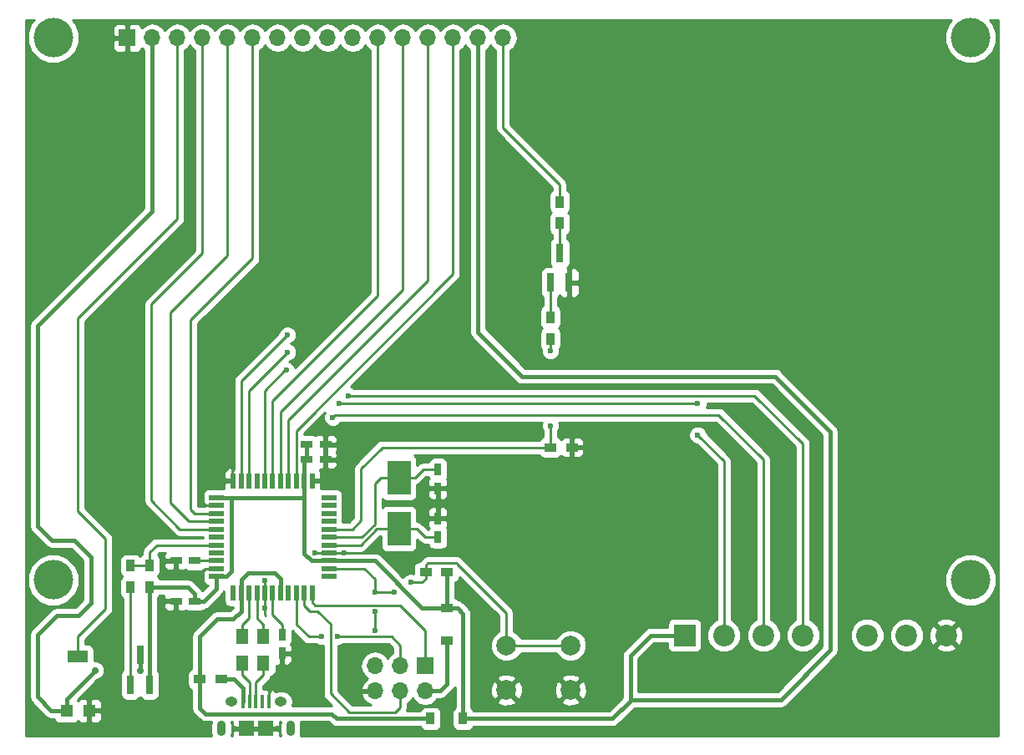
<source format=gbr>
G04 #@! TF.FileFunction,Copper,L1,Top,Mixed*
%FSLAX46Y46*%
G04 Gerber Fmt 4.6, Leading zero omitted, Abs format (unit mm)*
G04 Created by KiCad (PCBNEW 4.0.7-e2-6376~58~ubuntu16.04.1) date Wed Jan 10 16:59:47 2018*
%MOMM*%
%LPD*%
G01*
G04 APERTURE LIST*
%ADD10C,0.100000*%
%ADD11C,4.000000*%
%ADD12R,0.550000X1.500000*%
%ADD13R,1.500000X0.550000*%
%ADD14R,1.200000X0.750000*%
%ADD15R,0.750000X1.200000*%
%ADD16R,1.200000X0.900000*%
%ADD17R,1.300000X1.500000*%
%ADD18R,1.300000X1.300000*%
%ADD19R,2.000000X1.300000*%
%ADD20R,0.900000X1.200000*%
%ADD21C,2.000000*%
%ADD22R,2.400000X3.500000*%
%ADD23R,1.700000X1.700000*%
%ADD24O,1.700000X1.700000*%
%ADD25C,2.200000*%
%ADD26R,2.200000X2.200000*%
%ADD27R,0.800000X1.900000*%
%ADD28O,0.890000X1.550000*%
%ADD29R,1.500000X1.550000*%
%ADD30O,1.250000X0.950000*%
%ADD31R,0.400000X1.350000*%
%ADD32C,0.600000*%
%ADD33C,0.700000*%
%ADD34C,0.250000*%
%ADD35C,0.400000*%
%ADD36C,0.254000*%
G04 APERTURE END LIST*
D10*
D11*
X175500000Y-144500000D03*
X82500000Y-144500000D03*
X175500000Y-89500000D03*
D12*
X100750000Y-145850000D03*
X101550000Y-145850000D03*
X102350000Y-145850000D03*
X103150000Y-145850000D03*
X103950000Y-145850000D03*
X104750000Y-145850000D03*
X105550000Y-145850000D03*
X106350000Y-145850000D03*
X107150000Y-145850000D03*
X107950000Y-145850000D03*
X108750000Y-145850000D03*
D13*
X110450000Y-144150000D03*
X110450000Y-143350000D03*
X110450000Y-142550000D03*
X110450000Y-141750000D03*
X110450000Y-140950000D03*
X110450000Y-140150000D03*
X110450000Y-139350000D03*
X110450000Y-138550000D03*
X110450000Y-137750000D03*
X110450000Y-136950000D03*
X110450000Y-136150000D03*
D12*
X108750000Y-134450000D03*
X107950000Y-134450000D03*
X107150000Y-134450000D03*
X106350000Y-134450000D03*
X105550000Y-134450000D03*
X104750000Y-134450000D03*
X103950000Y-134450000D03*
X103150000Y-134450000D03*
X102350000Y-134450000D03*
X101550000Y-134450000D03*
X100750000Y-134450000D03*
D13*
X99050000Y-136150000D03*
X99050000Y-136950000D03*
X99050000Y-137750000D03*
X99050000Y-138550000D03*
X99050000Y-139350000D03*
X99050000Y-140150000D03*
X99050000Y-140950000D03*
X99050000Y-141750000D03*
X99050000Y-142550000D03*
X99050000Y-143350000D03*
X99050000Y-144150000D03*
D14*
X96850000Y-142550000D03*
X94950000Y-142550000D03*
D15*
X121500000Y-140150000D03*
X121500000Y-138250000D03*
X121500000Y-133300000D03*
X121500000Y-135200000D03*
X105700000Y-150050000D03*
X105700000Y-151950000D03*
D16*
X122450000Y-143700000D03*
X120250000Y-143700000D03*
D17*
X103800000Y-152900000D03*
X103800000Y-150200000D03*
X101700000Y-152900000D03*
X101700000Y-150200000D03*
D18*
X86150000Y-157750000D03*
D19*
X85000000Y-152250000D03*
D18*
X83850000Y-157750000D03*
D16*
X122450000Y-147350000D03*
X122450000Y-150650000D03*
D20*
X124050000Y-158550000D03*
X120750000Y-158550000D03*
D16*
X97350000Y-154550000D03*
X99550000Y-154550000D03*
D21*
X134950000Y-151150000D03*
X134950000Y-155650000D03*
X128450000Y-151150000D03*
X128450000Y-155650000D03*
D14*
X108200000Y-132300000D03*
X110100000Y-132300000D03*
X108200000Y-130750000D03*
X110100000Y-130750000D03*
X96850000Y-146650000D03*
X94950000Y-146650000D03*
D22*
X117550000Y-139300000D03*
X117550000Y-134100000D03*
D16*
X132900000Y-131050000D03*
X135100000Y-131050000D03*
D20*
X132900000Y-120050000D03*
X132900000Y-117850000D03*
X133850000Y-106150000D03*
X133850000Y-108350000D03*
X90350000Y-143050000D03*
X90350000Y-145250000D03*
X92250000Y-143050000D03*
X92250000Y-145250000D03*
D23*
X90000000Y-89540000D03*
D24*
X92540000Y-89540000D03*
X95080000Y-89540000D03*
X97620000Y-89540000D03*
X100160000Y-89540000D03*
X102700000Y-89540000D03*
X105240000Y-89540000D03*
X107780000Y-89540000D03*
X110320000Y-89540000D03*
X112860000Y-89540000D03*
X115400000Y-89540000D03*
X117940000Y-89540000D03*
X120480000Y-89540000D03*
X123020000Y-89540000D03*
X125560000Y-89540000D03*
X128100000Y-89540000D03*
D11*
X82500000Y-89500000D03*
D25*
X158500000Y-150100000D03*
X154500000Y-150100000D03*
X150500000Y-150100000D03*
X169000000Y-150100000D03*
X165000000Y-150100000D03*
D26*
X146500000Y-150100000D03*
D25*
X173000000Y-150100000D03*
D23*
X120200000Y-153200000D03*
D24*
X120200000Y-155740000D03*
X117660000Y-153200000D03*
X117660000Y-155740000D03*
X115120000Y-153200000D03*
X115120000Y-155740000D03*
D27*
X132900000Y-114350000D03*
X134800000Y-114350000D03*
X133850000Y-111350000D03*
X90350000Y-155100000D03*
X92250000Y-155100000D03*
X91300000Y-152100000D03*
D28*
X106550000Y-159550000D03*
D29*
X104050000Y-159550000D03*
D30*
X105550000Y-156850000D03*
D28*
X99550000Y-159550000D03*
D29*
X102050000Y-159550000D03*
D31*
X101750000Y-156850000D03*
X102400000Y-156850000D03*
X103050000Y-156850000D03*
X103700000Y-156850000D03*
X104350000Y-156850000D03*
D30*
X100550000Y-156850000D03*
D32*
X134800000Y-116100000D03*
X136350000Y-131050000D03*
X105700000Y-153150000D03*
X109000000Y-141750000D03*
X103950000Y-144550000D03*
X103950000Y-147300000D03*
X93550000Y-142550000D03*
X93550000Y-146650000D03*
X98800000Y-134450000D03*
X87700000Y-157750000D03*
X100800000Y-159550000D03*
X104350000Y-155500000D03*
X97450000Y-136700000D03*
X121500000Y-136750000D03*
X105300000Y-159550000D03*
X109800000Y-134450000D03*
X97300000Y-144000000D03*
X112000000Y-141750000D03*
X109700000Y-150250000D03*
X111300000Y-150250000D03*
X118750000Y-144750000D03*
X117050000Y-145700000D03*
X115100000Y-149600000D03*
X115100000Y-147700000D03*
X115100000Y-145700000D03*
X112400000Y-125800000D03*
X106250000Y-119650000D03*
X106150000Y-123250000D03*
X110850000Y-128000000D03*
X106250000Y-121400000D03*
X111450000Y-126600000D03*
X147850000Y-129800000D03*
X147850000Y-126600000D03*
X132900000Y-121300000D03*
X132900000Y-128850000D03*
D33*
X86750000Y-153650000D03*
X91300000Y-153650000D03*
D34*
X99050000Y-142550000D02*
X96850000Y-142550000D01*
X134800000Y-114350000D02*
X134800000Y-116100000D01*
X135100000Y-131050000D02*
X136350000Y-131050000D01*
X105700000Y-151950000D02*
X105700000Y-153150000D01*
X110450000Y-141750000D02*
X109000000Y-141750000D01*
X103950000Y-145850000D02*
X103950000Y-144550000D01*
X103950000Y-145850000D02*
X103950000Y-147300000D01*
X94950000Y-142550000D02*
X93550000Y-142550000D01*
X94950000Y-146650000D02*
X93550000Y-146650000D01*
X100750000Y-134450000D02*
X98800000Y-134450000D01*
X86150000Y-157750000D02*
X87700000Y-157750000D01*
X102050000Y-159550000D02*
X100800000Y-159550000D01*
X104350000Y-156850000D02*
X104350000Y-155500000D01*
X99050000Y-136950000D02*
X97700000Y-136950000D01*
X97700000Y-136950000D02*
X97450000Y-136700000D01*
X121500000Y-135200000D02*
X121500000Y-136750000D01*
X121500000Y-136750000D02*
X121500000Y-138250000D01*
X104050000Y-159550000D02*
X105300000Y-159550000D01*
X108750000Y-134450000D02*
X109800000Y-134450000D01*
X99050000Y-143350000D02*
X97950000Y-143350000D01*
X97950000Y-143350000D02*
X97300000Y-144000000D01*
X110450000Y-141750000D02*
X112000000Y-141750000D01*
X117550000Y-139300000D02*
X119350000Y-139300000D01*
X120200000Y-140150000D02*
X121500000Y-140150000D01*
X119350000Y-139300000D02*
X120200000Y-140150000D01*
X117550000Y-139300000D02*
X115300000Y-139300000D01*
X115300000Y-139300000D02*
X113650000Y-140950000D01*
X113650000Y-140950000D02*
X110450000Y-140950000D01*
X117550000Y-134100000D02*
X119200000Y-134100000D01*
X120000000Y-133300000D02*
X121500000Y-133300000D01*
X119200000Y-134100000D02*
X120000000Y-133300000D01*
X117550000Y-134100000D02*
X115750000Y-134100000D01*
X113800000Y-140150000D02*
X110450000Y-140150000D01*
X115100000Y-138850000D02*
X113800000Y-140150000D01*
X115100000Y-134750000D02*
X115100000Y-138850000D01*
X115750000Y-134100000D02*
X115100000Y-134750000D01*
X104750000Y-145850000D02*
X104750000Y-148050000D01*
X105700000Y-149000000D02*
X105700000Y-150050000D01*
X104750000Y-148050000D02*
X105700000Y-149000000D01*
D35*
X101550000Y-145850000D02*
X101550000Y-144450000D01*
X105550000Y-144350000D02*
X105550000Y-145850000D01*
X104950000Y-143750000D02*
X105550000Y-144350000D01*
X102250000Y-143750000D02*
X104950000Y-143750000D01*
X101550000Y-144450000D02*
X102250000Y-143750000D01*
X97350000Y-154550000D02*
X97350000Y-157500000D01*
X111200000Y-158550000D02*
X120750000Y-158550000D01*
X110700000Y-158050000D02*
X111200000Y-158550000D01*
X97900000Y-158050000D02*
X110700000Y-158050000D01*
X97350000Y-157500000D02*
X97900000Y-158050000D01*
X97350000Y-154550000D02*
X97350000Y-150200000D01*
X101550000Y-147650000D02*
X101550000Y-145850000D01*
X100750000Y-148450000D02*
X101550000Y-147650000D01*
X99100000Y-148450000D02*
X100750000Y-148450000D01*
X97350000Y-150200000D02*
X99100000Y-148450000D01*
D34*
X97350000Y-154550000D02*
X96900000Y-154550000D01*
X85000000Y-152250000D02*
X85000000Y-150200000D01*
X85000000Y-117950000D02*
X95080000Y-107870000D01*
X95080000Y-107870000D02*
X95080000Y-89540000D01*
X85000000Y-137500000D02*
X85000000Y-117950000D01*
X87800000Y-140300000D02*
X85000000Y-137500000D01*
X87800000Y-147400000D02*
X87800000Y-140300000D01*
X85000000Y-150200000D02*
X87800000Y-147400000D01*
X97620000Y-89540000D02*
X97620000Y-111380000D01*
X95350000Y-139350000D02*
X92450000Y-136450000D01*
X92450000Y-136450000D02*
X92450000Y-116550000D01*
X92450000Y-116550000D02*
X97620000Y-111380000D01*
X95350000Y-139350000D02*
X99050000Y-139350000D01*
X100160000Y-89540000D02*
X100160000Y-111590000D01*
X96250000Y-138550000D02*
X94350000Y-136650000D01*
X94350000Y-136650000D02*
X94350000Y-117400000D01*
X94350000Y-117400000D02*
X100160000Y-111590000D01*
X96250000Y-138550000D02*
X99050000Y-138550000D01*
X102700000Y-89540000D02*
X102700000Y-111900000D01*
X96850000Y-137750000D02*
X96450000Y-137350000D01*
X96450000Y-137350000D02*
X96450000Y-118150000D01*
X96450000Y-118150000D02*
X102700000Y-111900000D01*
X96850000Y-137750000D02*
X99050000Y-137750000D01*
X115400000Y-89540000D02*
X115400000Y-115650000D01*
X104750000Y-126300000D02*
X115400000Y-115650000D01*
X104750000Y-126300000D02*
X104750000Y-134450000D01*
X117940000Y-89540000D02*
X117940000Y-115060000D01*
X105550000Y-127450000D02*
X117940000Y-115060000D01*
X105550000Y-127450000D02*
X105550000Y-134450000D01*
X120480000Y-89540000D02*
X120480000Y-114170000D01*
X106350000Y-128300000D02*
X120480000Y-114170000D01*
X106350000Y-128300000D02*
X106350000Y-134450000D01*
X123020000Y-89540000D02*
X123020000Y-113480000D01*
X107150000Y-129350000D02*
X123020000Y-113480000D01*
X107150000Y-129350000D02*
X107150000Y-134450000D01*
X123050000Y-90030000D02*
X123020000Y-90000000D01*
X120200000Y-153200000D02*
X120200000Y-149600000D01*
X108750000Y-146750000D02*
X108750000Y-145850000D01*
X109050000Y-147050000D02*
X108750000Y-146750000D01*
X117650000Y-147050000D02*
X109050000Y-147050000D01*
X120200000Y-149600000D02*
X117650000Y-147050000D01*
X117660000Y-153200000D02*
X117660000Y-151110000D01*
X109700000Y-150250000D02*
X108400000Y-150250000D01*
X108400000Y-150250000D02*
X107150000Y-149000000D01*
X107150000Y-149000000D02*
X107150000Y-145850000D01*
X116800000Y-150250000D02*
X111300000Y-150250000D01*
X117660000Y-151110000D02*
X116800000Y-150250000D01*
X117660000Y-155740000D02*
X117660000Y-157440000D01*
X107950000Y-147050000D02*
X107950000Y-145850000D01*
X108550000Y-147650000D02*
X107950000Y-147050000D01*
X109300000Y-147650000D02*
X108550000Y-147650000D01*
X110600000Y-148950000D02*
X109300000Y-147650000D01*
X110600000Y-156000000D02*
X110600000Y-148950000D01*
X112500000Y-157900000D02*
X110600000Y-156000000D01*
X117200000Y-157900000D02*
X112500000Y-157900000D01*
X117660000Y-157440000D02*
X117200000Y-157900000D01*
X128425000Y-151125000D02*
X128425000Y-147825000D01*
X123400000Y-142800000D02*
X120500000Y-142800000D01*
X123450000Y-142850000D02*
X128425000Y-147825000D01*
X123400000Y-142800000D02*
X123450000Y-142850000D01*
X120250000Y-143050000D02*
X120250000Y-143700000D01*
X120500000Y-142800000D02*
X120250000Y-143050000D01*
X128425000Y-151125000D02*
X128450000Y-151150000D01*
X128450000Y-151150000D02*
X134950000Y-151150000D01*
X128475000Y-151125000D02*
X128450000Y-151150000D01*
X120250000Y-144400000D02*
X119900000Y-144750000D01*
X119900000Y-144750000D02*
X118750000Y-144750000D01*
X120250000Y-143700000D02*
X120250000Y-144400000D01*
X117050000Y-145700000D02*
X115100000Y-145700000D01*
X115100000Y-149600000D02*
X115100000Y-147700000D01*
X114050000Y-143350000D02*
X110450000Y-143350000D01*
X115100000Y-144400000D02*
X114050000Y-143350000D01*
X115100000Y-145700000D02*
X115100000Y-144400000D01*
X101550000Y-134450000D02*
X101550000Y-124350000D01*
X158500000Y-130700000D02*
X158500000Y-150100000D01*
X153600000Y-125800000D02*
X158500000Y-130700000D01*
X112400000Y-125800000D02*
X153600000Y-125800000D01*
X101550000Y-124350000D02*
X106250000Y-119650000D01*
X149950000Y-127750000D02*
X154500000Y-132300000D01*
X103950000Y-125300000D02*
X106000000Y-123250000D01*
X106000000Y-123250000D02*
X106150000Y-123250000D01*
X110850000Y-128000000D02*
X111100000Y-127750000D01*
X111100000Y-127750000D02*
X149950000Y-127750000D01*
X103950000Y-134450000D02*
X103950000Y-125300000D01*
X154500000Y-132300000D02*
X154500000Y-150100000D01*
X111450000Y-126600000D02*
X147850000Y-126600000D01*
X102350000Y-125300000D02*
X106250000Y-121400000D01*
X102350000Y-134450000D02*
X102350000Y-125300000D01*
X150500000Y-132450000D02*
X150500000Y-150100000D01*
X147850000Y-129800000D02*
X150500000Y-132450000D01*
X101700000Y-152900000D02*
X101700000Y-154150000D01*
X102400000Y-154850000D02*
X102400000Y-156850000D01*
X101700000Y-154150000D02*
X102400000Y-154850000D01*
X103800000Y-152900000D02*
X103800000Y-154150000D01*
X103050000Y-154900000D02*
X103050000Y-156850000D01*
X103800000Y-154150000D02*
X103050000Y-154900000D01*
X103800000Y-150200000D02*
X103800000Y-149000000D01*
X103150000Y-148350000D02*
X103150000Y-145850000D01*
X103800000Y-149000000D02*
X103150000Y-148350000D01*
X101700000Y-150200000D02*
X101700000Y-149000000D01*
X102350000Y-148350000D02*
X102350000Y-145850000D01*
X101700000Y-149000000D02*
X102350000Y-148350000D01*
X102450000Y-145950000D02*
X102350000Y-145850000D01*
D35*
X141000000Y-156650000D02*
X156250000Y-156650000D01*
X161300000Y-151600000D02*
X161300000Y-129450000D01*
X161300000Y-129450000D02*
X155700000Y-123850000D01*
X155700000Y-123850000D02*
X130050000Y-123850000D01*
X130050000Y-123850000D02*
X125560000Y-119360000D01*
X125560000Y-119360000D02*
X125560000Y-89540000D01*
X156250000Y-156650000D02*
X161300000Y-151600000D01*
X124050000Y-158550000D02*
X139200000Y-158550000D01*
X143100000Y-150100000D02*
X146500000Y-150100000D01*
X141000000Y-152200000D02*
X143100000Y-150100000D01*
X141000000Y-156750000D02*
X141000000Y-156650000D01*
X141000000Y-156650000D02*
X141000000Y-152200000D01*
X139200000Y-158550000D02*
X141000000Y-156750000D01*
X92250000Y-145250000D02*
X92250000Y-155100000D01*
X96850000Y-146650000D02*
X96850000Y-145900000D01*
X96200000Y-145250000D02*
X92250000Y-145250000D01*
X96850000Y-145900000D02*
X96200000Y-145250000D01*
X107950000Y-136150000D02*
X107950000Y-141800000D01*
X108700000Y-142550000D02*
X110450000Y-142550000D01*
X107950000Y-141800000D02*
X108700000Y-142550000D01*
X100550000Y-136150000D02*
X107950000Y-136150000D01*
X107950000Y-136150000D02*
X107950000Y-134450000D01*
X100550000Y-143650000D02*
X100550000Y-136150000D01*
X100050000Y-144150000D02*
X100550000Y-143650000D01*
X99050000Y-144150000D02*
X100050000Y-144150000D01*
X100550000Y-136150000D02*
X99050000Y-136150000D01*
X124050000Y-158550000D02*
X124050000Y-154300000D01*
X124050000Y-154300000D02*
X124050000Y-147900000D01*
X123500000Y-147350000D02*
X122450000Y-147350000D01*
X124050000Y-147900000D02*
X123500000Y-147350000D01*
X122450000Y-147350000D02*
X122450000Y-143700000D01*
X110450000Y-142550000D02*
X115100000Y-142550000D01*
X119900000Y-147350000D02*
X122450000Y-147350000D01*
X115100000Y-142550000D02*
X119900000Y-147350000D01*
X108200000Y-132300000D02*
X108200000Y-130750000D01*
X107950000Y-134450000D02*
X107950000Y-132550000D01*
X107950000Y-132550000D02*
X108200000Y-132300000D01*
X96850000Y-146650000D02*
X97750000Y-146650000D01*
X99050000Y-145350000D02*
X99050000Y-144150000D01*
X97750000Y-146650000D02*
X99050000Y-145350000D01*
X125560000Y-90000000D02*
X125500000Y-90000000D01*
X120200000Y-155740000D02*
X121760000Y-155740000D01*
X122450000Y-155050000D02*
X122450000Y-150650000D01*
X121760000Y-155740000D02*
X122450000Y-155050000D01*
X101750000Y-156850000D02*
X101750000Y-155500000D01*
X100800000Y-154550000D02*
X99550000Y-154550000D01*
X101750000Y-155500000D02*
X100800000Y-154550000D01*
D34*
X128100000Y-89540000D02*
X128100000Y-98650000D01*
X133850000Y-104400000D02*
X128100000Y-98650000D01*
X133850000Y-104400000D02*
X133850000Y-106150000D01*
X132900000Y-117850000D02*
X132900000Y-113850000D01*
X133850000Y-111850000D02*
X133850000Y-108350000D01*
X90350000Y-145250000D02*
X90350000Y-155100000D01*
X132900000Y-131050000D02*
X132900000Y-128850000D01*
X132900000Y-121300000D02*
X132900000Y-120050000D01*
X110450000Y-139350000D02*
X112800000Y-139350000D01*
X115850000Y-131050000D02*
X132900000Y-131050000D01*
X113700000Y-133200000D02*
X115850000Y-131050000D01*
X113700000Y-138450000D02*
X113700000Y-133200000D01*
X112800000Y-139350000D02*
X113700000Y-138450000D01*
X92250000Y-143050000D02*
X90350000Y-143050000D01*
X99050000Y-140950000D02*
X93000000Y-140950000D01*
X92250000Y-141700000D02*
X92250000Y-143050000D01*
X93000000Y-140950000D02*
X92250000Y-141700000D01*
D35*
X91300000Y-152100000D02*
X91300000Y-153650000D01*
X83850000Y-156550000D02*
X83850000Y-157750000D01*
X86750000Y-153650000D02*
X83850000Y-156550000D01*
X86325000Y-146825000D02*
X86325000Y-142175000D01*
X80950000Y-118700000D02*
X92540000Y-107110000D01*
X92540000Y-107110000D02*
X92540000Y-89540000D01*
X80950000Y-139050000D02*
X80950000Y-118700000D01*
X82400000Y-140500000D02*
X80950000Y-139050000D01*
X84650000Y-140500000D02*
X82400000Y-140500000D01*
X86325000Y-142175000D02*
X84650000Y-140500000D01*
X80900000Y-156350000D02*
X80900000Y-150050000D01*
X82300000Y-157750000D02*
X80900000Y-156350000D01*
X83850000Y-157750000D02*
X82300000Y-157750000D01*
X85050000Y-148100000D02*
X86325000Y-146825000D01*
X86325000Y-146825000D02*
X86350000Y-146800000D01*
X82850000Y-148100000D02*
X85050000Y-148100000D01*
X80900000Y-150050000D02*
X82850000Y-148100000D01*
D36*
G36*
X80267458Y-88005443D02*
X79865458Y-88973567D01*
X79864543Y-90021834D01*
X80264853Y-90990658D01*
X81005443Y-91732542D01*
X81973567Y-92134542D01*
X83021834Y-92135457D01*
X83990658Y-91735147D01*
X84732542Y-90994557D01*
X85134542Y-90026433D01*
X85134717Y-89825750D01*
X88515000Y-89825750D01*
X88515000Y-90516309D01*
X88611673Y-90749698D01*
X88790301Y-90928327D01*
X89023690Y-91025000D01*
X89714250Y-91025000D01*
X89873000Y-90866250D01*
X89873000Y-89667000D01*
X88673750Y-89667000D01*
X88515000Y-89825750D01*
X85134717Y-89825750D01*
X85135457Y-88978166D01*
X84964200Y-88563691D01*
X88515000Y-88563691D01*
X88515000Y-89254250D01*
X88673750Y-89413000D01*
X89873000Y-89413000D01*
X89873000Y-88213750D01*
X89714250Y-88055000D01*
X89023690Y-88055000D01*
X88790301Y-88151673D01*
X88611673Y-88330302D01*
X88515000Y-88563691D01*
X84964200Y-88563691D01*
X84735147Y-88009342D01*
X84436327Y-87710000D01*
X173563417Y-87710000D01*
X173267458Y-88005443D01*
X172865458Y-88973567D01*
X172864543Y-90021834D01*
X173264853Y-90990658D01*
X174005443Y-91732542D01*
X174973567Y-92134542D01*
X176021834Y-92135457D01*
X176990658Y-91735147D01*
X177732542Y-90994557D01*
X178134542Y-90026433D01*
X178135457Y-88978166D01*
X177735147Y-88009342D01*
X177436327Y-87710000D01*
X178290000Y-87710000D01*
X178290000Y-160290000D01*
X107553941Y-160290000D01*
X107630000Y-159907624D01*
X107630000Y-159192376D01*
X107568859Y-158885000D01*
X110354132Y-158885000D01*
X110609566Y-159140434D01*
X110880460Y-159321440D01*
X111200000Y-159385000D01*
X119696778Y-159385000D01*
X119696838Y-159385317D01*
X119835910Y-159601441D01*
X120048110Y-159746431D01*
X120300000Y-159797440D01*
X121200000Y-159797440D01*
X121435317Y-159753162D01*
X121651441Y-159614090D01*
X121796431Y-159401890D01*
X121847440Y-159150000D01*
X121847440Y-157950000D01*
X121803162Y-157714683D01*
X121664090Y-157498559D01*
X121451890Y-157353569D01*
X121200000Y-157302560D01*
X120300000Y-157302560D01*
X120064683Y-157346838D01*
X119848559Y-157485910D01*
X119703569Y-157698110D01*
X119700149Y-157715000D01*
X118365299Y-157715000D01*
X118420000Y-157440000D01*
X118420000Y-157012954D01*
X118710054Y-156819147D01*
X118930000Y-156489974D01*
X119149946Y-156819147D01*
X119631715Y-157141054D01*
X120200000Y-157254093D01*
X120768285Y-157141054D01*
X121250054Y-156819147D01*
X121413187Y-156575000D01*
X121760000Y-156575000D01*
X122079541Y-156511439D01*
X122350434Y-156330434D01*
X123040434Y-155640434D01*
X123086268Y-155571838D01*
X123215000Y-155379178D01*
X123215000Y-157443156D01*
X123148559Y-157485910D01*
X123003569Y-157698110D01*
X122952560Y-157950000D01*
X122952560Y-159150000D01*
X122996838Y-159385317D01*
X123135910Y-159601441D01*
X123348110Y-159746431D01*
X123600000Y-159797440D01*
X124500000Y-159797440D01*
X124735317Y-159753162D01*
X124951441Y-159614090D01*
X125096431Y-159401890D01*
X125099851Y-159385000D01*
X139200000Y-159385000D01*
X139519541Y-159321439D01*
X139790434Y-159140434D01*
X141445868Y-157485000D01*
X156250000Y-157485000D01*
X156569541Y-157421439D01*
X156840434Y-157240434D01*
X161890434Y-152190435D01*
X161980937Y-152054987D01*
X162071439Y-151919541D01*
X162135000Y-151600000D01*
X162135000Y-150443599D01*
X163264699Y-150443599D01*
X163528281Y-151081515D01*
X164015918Y-151570004D01*
X164653373Y-151834699D01*
X165343599Y-151835301D01*
X165981515Y-151571719D01*
X166470004Y-151084082D01*
X166734699Y-150446627D01*
X166734701Y-150443599D01*
X167264699Y-150443599D01*
X167528281Y-151081515D01*
X168015918Y-151570004D01*
X168653373Y-151834699D01*
X169343599Y-151835301D01*
X169981515Y-151571719D01*
X170228797Y-151324868D01*
X171954737Y-151324868D01*
X172065641Y-151602099D01*
X172711593Y-151845323D01*
X173401453Y-151822836D01*
X173934359Y-151602099D01*
X174045263Y-151324868D01*
X173000000Y-150279605D01*
X171954737Y-151324868D01*
X170228797Y-151324868D01*
X170470004Y-151084082D01*
X170734699Y-150446627D01*
X170735252Y-149811593D01*
X171254677Y-149811593D01*
X171277164Y-150501453D01*
X171497901Y-151034359D01*
X171775132Y-151145263D01*
X172820395Y-150100000D01*
X173179605Y-150100000D01*
X174224868Y-151145263D01*
X174502099Y-151034359D01*
X174745323Y-150388407D01*
X174722836Y-149698547D01*
X174502099Y-149165641D01*
X174224868Y-149054737D01*
X173179605Y-150100000D01*
X172820395Y-150100000D01*
X171775132Y-149054737D01*
X171497901Y-149165641D01*
X171254677Y-149811593D01*
X170735252Y-149811593D01*
X170735301Y-149756401D01*
X170471719Y-149118485D01*
X170228791Y-148875132D01*
X171954737Y-148875132D01*
X173000000Y-149920395D01*
X174045263Y-148875132D01*
X173934359Y-148597901D01*
X173288407Y-148354677D01*
X172598547Y-148377164D01*
X172065641Y-148597901D01*
X171954737Y-148875132D01*
X170228791Y-148875132D01*
X169984082Y-148629996D01*
X169346627Y-148365301D01*
X168656401Y-148364699D01*
X168018485Y-148628281D01*
X167529996Y-149115918D01*
X167265301Y-149753373D01*
X167264699Y-150443599D01*
X166734701Y-150443599D01*
X166735301Y-149756401D01*
X166471719Y-149118485D01*
X165984082Y-148629996D01*
X165346627Y-148365301D01*
X164656401Y-148364699D01*
X164018485Y-148628281D01*
X163529996Y-149115918D01*
X163265301Y-149753373D01*
X163264699Y-150443599D01*
X162135000Y-150443599D01*
X162135000Y-145021834D01*
X172864543Y-145021834D01*
X173264853Y-145990658D01*
X174005443Y-146732542D01*
X174973567Y-147134542D01*
X176021834Y-147135457D01*
X176990658Y-146735147D01*
X177732542Y-145994557D01*
X178134542Y-145026433D01*
X178135457Y-143978166D01*
X177735147Y-143009342D01*
X176994557Y-142267458D01*
X176026433Y-141865458D01*
X174978166Y-141864543D01*
X174009342Y-142264853D01*
X173267458Y-143005443D01*
X172865458Y-143973567D01*
X172864543Y-145021834D01*
X162135000Y-145021834D01*
X162135000Y-129450000D01*
X162071439Y-129130459D01*
X161890434Y-128859566D01*
X156290434Y-123259566D01*
X156276117Y-123250000D01*
X156019541Y-123078561D01*
X155700000Y-123015000D01*
X130395868Y-123015000D01*
X126395000Y-119014132D01*
X126395000Y-90762841D01*
X126610054Y-90619147D01*
X126830000Y-90289974D01*
X127049946Y-90619147D01*
X127340000Y-90812954D01*
X127340000Y-98650000D01*
X127397852Y-98940839D01*
X127562599Y-99187401D01*
X133090000Y-104714802D01*
X133090000Y-104994895D01*
X132948559Y-105085910D01*
X132803569Y-105298110D01*
X132752560Y-105550000D01*
X132752560Y-106750000D01*
X132796838Y-106985317D01*
X132935910Y-107201441D01*
X133005711Y-107249134D01*
X132948559Y-107285910D01*
X132803569Y-107498110D01*
X132752560Y-107750000D01*
X132752560Y-108950000D01*
X132796838Y-109185317D01*
X132935910Y-109401441D01*
X133090000Y-109506726D01*
X133090000Y-109877069D01*
X132998559Y-109935910D01*
X132853569Y-110148110D01*
X132802560Y-110400000D01*
X132802560Y-112300000D01*
X132846838Y-112535317D01*
X132985910Y-112751441D01*
X132987548Y-112752560D01*
X132500000Y-112752560D01*
X132264683Y-112796838D01*
X132048559Y-112935910D01*
X131903569Y-113148110D01*
X131852560Y-113400000D01*
X131852560Y-115300000D01*
X131896838Y-115535317D01*
X132035910Y-115751441D01*
X132140000Y-115822563D01*
X132140000Y-116694895D01*
X131998559Y-116785910D01*
X131853569Y-116998110D01*
X131802560Y-117250000D01*
X131802560Y-118450000D01*
X131846838Y-118685317D01*
X131985910Y-118901441D01*
X132055711Y-118949134D01*
X131998559Y-118985910D01*
X131853569Y-119198110D01*
X131802560Y-119450000D01*
X131802560Y-120650000D01*
X131846838Y-120885317D01*
X131976267Y-121086456D01*
X131965162Y-121113201D01*
X131964838Y-121485167D01*
X132106883Y-121828943D01*
X132369673Y-122092192D01*
X132713201Y-122234838D01*
X133085167Y-122235162D01*
X133428943Y-122093117D01*
X133692192Y-121830327D01*
X133834838Y-121486799D01*
X133835162Y-121114833D01*
X133822263Y-121083616D01*
X133946431Y-120901890D01*
X133997440Y-120650000D01*
X133997440Y-119450000D01*
X133953162Y-119214683D01*
X133814090Y-118998559D01*
X133744289Y-118950866D01*
X133801441Y-118914090D01*
X133946431Y-118701890D01*
X133997440Y-118450000D01*
X133997440Y-117250000D01*
X133953162Y-117014683D01*
X133814090Y-116798559D01*
X133660000Y-116693274D01*
X133660000Y-115822931D01*
X133751441Y-115764090D01*
X133846990Y-115624250D01*
X133861673Y-115659698D01*
X134040301Y-115838327D01*
X134273690Y-115935000D01*
X134514250Y-115935000D01*
X134673000Y-115776250D01*
X134673000Y-114477000D01*
X134927000Y-114477000D01*
X134927000Y-115776250D01*
X135085750Y-115935000D01*
X135326310Y-115935000D01*
X135559699Y-115838327D01*
X135738327Y-115659698D01*
X135835000Y-115426309D01*
X135835000Y-114635750D01*
X135676250Y-114477000D01*
X134927000Y-114477000D01*
X134673000Y-114477000D01*
X134653000Y-114477000D01*
X134653000Y-114223000D01*
X134673000Y-114223000D01*
X134673000Y-112923750D01*
X134927000Y-112923750D01*
X134927000Y-114223000D01*
X135676250Y-114223000D01*
X135835000Y-114064250D01*
X135835000Y-113273691D01*
X135738327Y-113040302D01*
X135559699Y-112861673D01*
X135326310Y-112765000D01*
X135085750Y-112765000D01*
X134927000Y-112923750D01*
X134673000Y-112923750D01*
X134586988Y-112837738D01*
X134701441Y-112764090D01*
X134846431Y-112551890D01*
X134897440Y-112300000D01*
X134897440Y-110400000D01*
X134853162Y-110164683D01*
X134714090Y-109948559D01*
X134610000Y-109877437D01*
X134610000Y-109505105D01*
X134751441Y-109414090D01*
X134896431Y-109201890D01*
X134947440Y-108950000D01*
X134947440Y-107750000D01*
X134903162Y-107514683D01*
X134764090Y-107298559D01*
X134694289Y-107250866D01*
X134751441Y-107214090D01*
X134896431Y-107001890D01*
X134947440Y-106750000D01*
X134947440Y-105550000D01*
X134903162Y-105314683D01*
X134764090Y-105098559D01*
X134610000Y-104993274D01*
X134610000Y-104400000D01*
X134552148Y-104109161D01*
X134387401Y-103862599D01*
X128860000Y-98335198D01*
X128860000Y-90812954D01*
X129150054Y-90619147D01*
X129471961Y-90137378D01*
X129585000Y-89569093D01*
X129585000Y-89510907D01*
X129471961Y-88942622D01*
X129150054Y-88460853D01*
X128668285Y-88138946D01*
X128100000Y-88025907D01*
X127531715Y-88138946D01*
X127049946Y-88460853D01*
X126830000Y-88790026D01*
X126610054Y-88460853D01*
X126128285Y-88138946D01*
X125560000Y-88025907D01*
X124991715Y-88138946D01*
X124509946Y-88460853D01*
X124290000Y-88790026D01*
X124070054Y-88460853D01*
X123588285Y-88138946D01*
X123020000Y-88025907D01*
X122451715Y-88138946D01*
X121969946Y-88460853D01*
X121750000Y-88790026D01*
X121530054Y-88460853D01*
X121048285Y-88138946D01*
X120480000Y-88025907D01*
X119911715Y-88138946D01*
X119429946Y-88460853D01*
X119210000Y-88790026D01*
X118990054Y-88460853D01*
X118508285Y-88138946D01*
X117940000Y-88025907D01*
X117371715Y-88138946D01*
X116889946Y-88460853D01*
X116670000Y-88790026D01*
X116450054Y-88460853D01*
X115968285Y-88138946D01*
X115400000Y-88025907D01*
X114831715Y-88138946D01*
X114349946Y-88460853D01*
X114130000Y-88790026D01*
X113910054Y-88460853D01*
X113428285Y-88138946D01*
X112860000Y-88025907D01*
X112291715Y-88138946D01*
X111809946Y-88460853D01*
X111590000Y-88790026D01*
X111370054Y-88460853D01*
X110888285Y-88138946D01*
X110320000Y-88025907D01*
X109751715Y-88138946D01*
X109269946Y-88460853D01*
X109050000Y-88790026D01*
X108830054Y-88460853D01*
X108348285Y-88138946D01*
X107780000Y-88025907D01*
X107211715Y-88138946D01*
X106729946Y-88460853D01*
X106510000Y-88790026D01*
X106290054Y-88460853D01*
X105808285Y-88138946D01*
X105240000Y-88025907D01*
X104671715Y-88138946D01*
X104189946Y-88460853D01*
X103970000Y-88790026D01*
X103750054Y-88460853D01*
X103268285Y-88138946D01*
X102700000Y-88025907D01*
X102131715Y-88138946D01*
X101649946Y-88460853D01*
X101430000Y-88790026D01*
X101210054Y-88460853D01*
X100728285Y-88138946D01*
X100160000Y-88025907D01*
X99591715Y-88138946D01*
X99109946Y-88460853D01*
X98890000Y-88790026D01*
X98670054Y-88460853D01*
X98188285Y-88138946D01*
X97620000Y-88025907D01*
X97051715Y-88138946D01*
X96569946Y-88460853D01*
X96350000Y-88790026D01*
X96130054Y-88460853D01*
X95648285Y-88138946D01*
X95080000Y-88025907D01*
X94511715Y-88138946D01*
X94029946Y-88460853D01*
X93810000Y-88790026D01*
X93590054Y-88460853D01*
X93108285Y-88138946D01*
X92540000Y-88025907D01*
X91971715Y-88138946D01*
X91489946Y-88460853D01*
X91460597Y-88504777D01*
X91388327Y-88330302D01*
X91209699Y-88151673D01*
X90976310Y-88055000D01*
X90285750Y-88055000D01*
X90127000Y-88213750D01*
X90127000Y-89413000D01*
X90147000Y-89413000D01*
X90147000Y-89667000D01*
X90127000Y-89667000D01*
X90127000Y-90866250D01*
X90285750Y-91025000D01*
X90976310Y-91025000D01*
X91209699Y-90928327D01*
X91388327Y-90749698D01*
X91460597Y-90575223D01*
X91489946Y-90619147D01*
X91705000Y-90762841D01*
X91705000Y-106764132D01*
X80359566Y-118109566D01*
X80178561Y-118380459D01*
X80115000Y-118700000D01*
X80115000Y-139050000D01*
X80178561Y-139369541D01*
X80349253Y-139625000D01*
X80359566Y-139640434D01*
X81809566Y-141090434D01*
X82080460Y-141271440D01*
X82400000Y-141335000D01*
X84304132Y-141335000D01*
X85490000Y-142520868D01*
X85490000Y-146479132D01*
X84704132Y-147265000D01*
X82850000Y-147265000D01*
X82530459Y-147328561D01*
X82272012Y-147501250D01*
X82259566Y-147509566D01*
X80309566Y-149459566D01*
X80128561Y-149730459D01*
X80065000Y-150050000D01*
X80065000Y-156350000D01*
X80128561Y-156669541D01*
X80288941Y-156909566D01*
X80309566Y-156940434D01*
X81709566Y-158340434D01*
X81980459Y-158521439D01*
X82300000Y-158585000D01*
X82587370Y-158585000D01*
X82596838Y-158635317D01*
X82735910Y-158851441D01*
X82948110Y-158996431D01*
X83200000Y-159047440D01*
X84500000Y-159047440D01*
X84735317Y-159003162D01*
X84951441Y-158864090D01*
X84997969Y-158795994D01*
X85140301Y-158938327D01*
X85373690Y-159035000D01*
X85864250Y-159035000D01*
X86023000Y-158876250D01*
X86023000Y-157877000D01*
X86277000Y-157877000D01*
X86277000Y-158876250D01*
X86435750Y-159035000D01*
X86926310Y-159035000D01*
X87159699Y-158938327D01*
X87338327Y-158759698D01*
X87435000Y-158526309D01*
X87435000Y-158035750D01*
X87276250Y-157877000D01*
X86277000Y-157877000D01*
X86023000Y-157877000D01*
X86003000Y-157877000D01*
X86003000Y-157623000D01*
X86023000Y-157623000D01*
X86023000Y-156623750D01*
X86277000Y-156623750D01*
X86277000Y-157623000D01*
X87276250Y-157623000D01*
X87435000Y-157464250D01*
X87435000Y-156973691D01*
X87338327Y-156740302D01*
X87159699Y-156561673D01*
X86926310Y-156465000D01*
X86435750Y-156465000D01*
X86277000Y-156623750D01*
X86023000Y-156623750D01*
X85864250Y-156465000D01*
X85373690Y-156465000D01*
X85140301Y-156561673D01*
X84999064Y-156702911D01*
X84964090Y-156648559D01*
X84945209Y-156635659D01*
X86946141Y-154634727D01*
X87307229Y-154485529D01*
X87584555Y-154208686D01*
X87734828Y-153846788D01*
X87735170Y-153454931D01*
X87585529Y-153092771D01*
X87308686Y-152815445D01*
X86946788Y-152665172D01*
X86647440Y-152664911D01*
X86647440Y-151600000D01*
X86603162Y-151364683D01*
X86464090Y-151148559D01*
X86251890Y-151003569D01*
X86000000Y-150952560D01*
X85760000Y-150952560D01*
X85760000Y-150514802D01*
X88337401Y-147937401D01*
X88502148Y-147690839D01*
X88560000Y-147400000D01*
X88560000Y-140300000D01*
X88502148Y-140009161D01*
X88337401Y-139762599D01*
X85760000Y-137185198D01*
X85760000Y-118264802D01*
X95617401Y-108407401D01*
X95782148Y-108160839D01*
X95840000Y-107870000D01*
X95840000Y-90812954D01*
X96130054Y-90619147D01*
X96350000Y-90289974D01*
X96569946Y-90619147D01*
X96860000Y-90812954D01*
X96860000Y-111065198D01*
X91912599Y-116012599D01*
X91747852Y-116259161D01*
X91690000Y-116550000D01*
X91690000Y-136450000D01*
X91747852Y-136740839D01*
X91912599Y-136987401D01*
X94812599Y-139887401D01*
X95059160Y-140052148D01*
X95350000Y-140110000D01*
X97652560Y-140110000D01*
X97652560Y-140190000D01*
X93000000Y-140190000D01*
X92709160Y-140247852D01*
X92462599Y-140412599D01*
X91712599Y-141162599D01*
X91547852Y-141409161D01*
X91490000Y-141700000D01*
X91490000Y-141894895D01*
X91348559Y-141985910D01*
X91300866Y-142055711D01*
X91264090Y-141998559D01*
X91051890Y-141853569D01*
X90800000Y-141802560D01*
X89900000Y-141802560D01*
X89664683Y-141846838D01*
X89448559Y-141985910D01*
X89303569Y-142198110D01*
X89252560Y-142450000D01*
X89252560Y-143650000D01*
X89296838Y-143885317D01*
X89435910Y-144101441D01*
X89505711Y-144149134D01*
X89448559Y-144185910D01*
X89303569Y-144398110D01*
X89252560Y-144650000D01*
X89252560Y-145850000D01*
X89296838Y-146085317D01*
X89435910Y-146301441D01*
X89590000Y-146406726D01*
X89590000Y-153627069D01*
X89498559Y-153685910D01*
X89353569Y-153898110D01*
X89302560Y-154150000D01*
X89302560Y-156050000D01*
X89346838Y-156285317D01*
X89485910Y-156501441D01*
X89698110Y-156646431D01*
X89950000Y-156697440D01*
X90750000Y-156697440D01*
X90985317Y-156653162D01*
X91201441Y-156514090D01*
X91300633Y-156368917D01*
X91385910Y-156501441D01*
X91598110Y-156646431D01*
X91850000Y-156697440D01*
X92650000Y-156697440D01*
X92885317Y-156653162D01*
X93101441Y-156514090D01*
X93246431Y-156301890D01*
X93297440Y-156050000D01*
X93297440Y-154150000D01*
X93253162Y-153914683D01*
X93114090Y-153698559D01*
X93085000Y-153678683D01*
X93085000Y-146935750D01*
X93715000Y-146935750D01*
X93715000Y-147151310D01*
X93811673Y-147384699D01*
X93990302Y-147563327D01*
X94223691Y-147660000D01*
X94664250Y-147660000D01*
X94823000Y-147501250D01*
X94823000Y-146777000D01*
X93873750Y-146777000D01*
X93715000Y-146935750D01*
X93085000Y-146935750D01*
X93085000Y-146356844D01*
X93151441Y-146314090D01*
X93296431Y-146101890D01*
X93299851Y-146085000D01*
X93741381Y-146085000D01*
X93715000Y-146148690D01*
X93715000Y-146364250D01*
X93873750Y-146523000D01*
X94823000Y-146523000D01*
X94823000Y-146503000D01*
X95077000Y-146503000D01*
X95077000Y-146523000D01*
X95097000Y-146523000D01*
X95097000Y-146777000D01*
X95077000Y-146777000D01*
X95077000Y-147501250D01*
X95235750Y-147660000D01*
X95676309Y-147660000D01*
X95909698Y-147563327D01*
X95911068Y-147561957D01*
X95998110Y-147621431D01*
X96250000Y-147672440D01*
X97450000Y-147672440D01*
X97685317Y-147628162D01*
X97901441Y-147489090D01*
X97928495Y-147449495D01*
X98069541Y-147421439D01*
X98340434Y-147240434D01*
X99640434Y-145940434D01*
X99821440Y-145669540D01*
X99827560Y-145638772D01*
X99827560Y-146600000D01*
X99871838Y-146835317D01*
X100010910Y-147051441D01*
X100223110Y-147196431D01*
X100475000Y-147247440D01*
X100715000Y-147247440D01*
X100715000Y-147304132D01*
X100404132Y-147615000D01*
X99100000Y-147615000D01*
X98780460Y-147678560D01*
X98509566Y-147859566D01*
X96759566Y-149609566D01*
X96578561Y-149880459D01*
X96515000Y-150200000D01*
X96515000Y-153496778D01*
X96514683Y-153496838D01*
X96298559Y-153635910D01*
X96153569Y-153848110D01*
X96102560Y-154100000D01*
X96102560Y-155000000D01*
X96146838Y-155235317D01*
X96285910Y-155451441D01*
X96498110Y-155596431D01*
X96515000Y-155599851D01*
X96515000Y-157500000D01*
X96578561Y-157819541D01*
X96684040Y-157977401D01*
X96759566Y-158090434D01*
X97309566Y-158640434D01*
X97580459Y-158821439D01*
X97900000Y-158885000D01*
X98531141Y-158885000D01*
X98470000Y-159192376D01*
X98470000Y-159907624D01*
X98546059Y-160290000D01*
X79710000Y-160290000D01*
X79710000Y-145021834D01*
X79864543Y-145021834D01*
X80264853Y-145990658D01*
X81005443Y-146732542D01*
X81973567Y-147134542D01*
X83021834Y-147135457D01*
X83990658Y-146735147D01*
X84732542Y-145994557D01*
X85134542Y-145026433D01*
X85135457Y-143978166D01*
X84735147Y-143009342D01*
X83994557Y-142267458D01*
X83026433Y-141865458D01*
X81978166Y-141864543D01*
X81009342Y-142264853D01*
X80267458Y-143005443D01*
X79865458Y-143973567D01*
X79864543Y-145021834D01*
X79710000Y-145021834D01*
X79710000Y-87710000D01*
X80563417Y-87710000D01*
X80267458Y-88005443D01*
X80267458Y-88005443D01*
G37*
X80267458Y-88005443D02*
X79865458Y-88973567D01*
X79864543Y-90021834D01*
X80264853Y-90990658D01*
X81005443Y-91732542D01*
X81973567Y-92134542D01*
X83021834Y-92135457D01*
X83990658Y-91735147D01*
X84732542Y-90994557D01*
X85134542Y-90026433D01*
X85134717Y-89825750D01*
X88515000Y-89825750D01*
X88515000Y-90516309D01*
X88611673Y-90749698D01*
X88790301Y-90928327D01*
X89023690Y-91025000D01*
X89714250Y-91025000D01*
X89873000Y-90866250D01*
X89873000Y-89667000D01*
X88673750Y-89667000D01*
X88515000Y-89825750D01*
X85134717Y-89825750D01*
X85135457Y-88978166D01*
X84964200Y-88563691D01*
X88515000Y-88563691D01*
X88515000Y-89254250D01*
X88673750Y-89413000D01*
X89873000Y-89413000D01*
X89873000Y-88213750D01*
X89714250Y-88055000D01*
X89023690Y-88055000D01*
X88790301Y-88151673D01*
X88611673Y-88330302D01*
X88515000Y-88563691D01*
X84964200Y-88563691D01*
X84735147Y-88009342D01*
X84436327Y-87710000D01*
X173563417Y-87710000D01*
X173267458Y-88005443D01*
X172865458Y-88973567D01*
X172864543Y-90021834D01*
X173264853Y-90990658D01*
X174005443Y-91732542D01*
X174973567Y-92134542D01*
X176021834Y-92135457D01*
X176990658Y-91735147D01*
X177732542Y-90994557D01*
X178134542Y-90026433D01*
X178135457Y-88978166D01*
X177735147Y-88009342D01*
X177436327Y-87710000D01*
X178290000Y-87710000D01*
X178290000Y-160290000D01*
X107553941Y-160290000D01*
X107630000Y-159907624D01*
X107630000Y-159192376D01*
X107568859Y-158885000D01*
X110354132Y-158885000D01*
X110609566Y-159140434D01*
X110880460Y-159321440D01*
X111200000Y-159385000D01*
X119696778Y-159385000D01*
X119696838Y-159385317D01*
X119835910Y-159601441D01*
X120048110Y-159746431D01*
X120300000Y-159797440D01*
X121200000Y-159797440D01*
X121435317Y-159753162D01*
X121651441Y-159614090D01*
X121796431Y-159401890D01*
X121847440Y-159150000D01*
X121847440Y-157950000D01*
X121803162Y-157714683D01*
X121664090Y-157498559D01*
X121451890Y-157353569D01*
X121200000Y-157302560D01*
X120300000Y-157302560D01*
X120064683Y-157346838D01*
X119848559Y-157485910D01*
X119703569Y-157698110D01*
X119700149Y-157715000D01*
X118365299Y-157715000D01*
X118420000Y-157440000D01*
X118420000Y-157012954D01*
X118710054Y-156819147D01*
X118930000Y-156489974D01*
X119149946Y-156819147D01*
X119631715Y-157141054D01*
X120200000Y-157254093D01*
X120768285Y-157141054D01*
X121250054Y-156819147D01*
X121413187Y-156575000D01*
X121760000Y-156575000D01*
X122079541Y-156511439D01*
X122350434Y-156330434D01*
X123040434Y-155640434D01*
X123086268Y-155571838D01*
X123215000Y-155379178D01*
X123215000Y-157443156D01*
X123148559Y-157485910D01*
X123003569Y-157698110D01*
X122952560Y-157950000D01*
X122952560Y-159150000D01*
X122996838Y-159385317D01*
X123135910Y-159601441D01*
X123348110Y-159746431D01*
X123600000Y-159797440D01*
X124500000Y-159797440D01*
X124735317Y-159753162D01*
X124951441Y-159614090D01*
X125096431Y-159401890D01*
X125099851Y-159385000D01*
X139200000Y-159385000D01*
X139519541Y-159321439D01*
X139790434Y-159140434D01*
X141445868Y-157485000D01*
X156250000Y-157485000D01*
X156569541Y-157421439D01*
X156840434Y-157240434D01*
X161890434Y-152190435D01*
X161980937Y-152054987D01*
X162071439Y-151919541D01*
X162135000Y-151600000D01*
X162135000Y-150443599D01*
X163264699Y-150443599D01*
X163528281Y-151081515D01*
X164015918Y-151570004D01*
X164653373Y-151834699D01*
X165343599Y-151835301D01*
X165981515Y-151571719D01*
X166470004Y-151084082D01*
X166734699Y-150446627D01*
X166734701Y-150443599D01*
X167264699Y-150443599D01*
X167528281Y-151081515D01*
X168015918Y-151570004D01*
X168653373Y-151834699D01*
X169343599Y-151835301D01*
X169981515Y-151571719D01*
X170228797Y-151324868D01*
X171954737Y-151324868D01*
X172065641Y-151602099D01*
X172711593Y-151845323D01*
X173401453Y-151822836D01*
X173934359Y-151602099D01*
X174045263Y-151324868D01*
X173000000Y-150279605D01*
X171954737Y-151324868D01*
X170228797Y-151324868D01*
X170470004Y-151084082D01*
X170734699Y-150446627D01*
X170735252Y-149811593D01*
X171254677Y-149811593D01*
X171277164Y-150501453D01*
X171497901Y-151034359D01*
X171775132Y-151145263D01*
X172820395Y-150100000D01*
X173179605Y-150100000D01*
X174224868Y-151145263D01*
X174502099Y-151034359D01*
X174745323Y-150388407D01*
X174722836Y-149698547D01*
X174502099Y-149165641D01*
X174224868Y-149054737D01*
X173179605Y-150100000D01*
X172820395Y-150100000D01*
X171775132Y-149054737D01*
X171497901Y-149165641D01*
X171254677Y-149811593D01*
X170735252Y-149811593D01*
X170735301Y-149756401D01*
X170471719Y-149118485D01*
X170228791Y-148875132D01*
X171954737Y-148875132D01*
X173000000Y-149920395D01*
X174045263Y-148875132D01*
X173934359Y-148597901D01*
X173288407Y-148354677D01*
X172598547Y-148377164D01*
X172065641Y-148597901D01*
X171954737Y-148875132D01*
X170228791Y-148875132D01*
X169984082Y-148629996D01*
X169346627Y-148365301D01*
X168656401Y-148364699D01*
X168018485Y-148628281D01*
X167529996Y-149115918D01*
X167265301Y-149753373D01*
X167264699Y-150443599D01*
X166734701Y-150443599D01*
X166735301Y-149756401D01*
X166471719Y-149118485D01*
X165984082Y-148629996D01*
X165346627Y-148365301D01*
X164656401Y-148364699D01*
X164018485Y-148628281D01*
X163529996Y-149115918D01*
X163265301Y-149753373D01*
X163264699Y-150443599D01*
X162135000Y-150443599D01*
X162135000Y-145021834D01*
X172864543Y-145021834D01*
X173264853Y-145990658D01*
X174005443Y-146732542D01*
X174973567Y-147134542D01*
X176021834Y-147135457D01*
X176990658Y-146735147D01*
X177732542Y-145994557D01*
X178134542Y-145026433D01*
X178135457Y-143978166D01*
X177735147Y-143009342D01*
X176994557Y-142267458D01*
X176026433Y-141865458D01*
X174978166Y-141864543D01*
X174009342Y-142264853D01*
X173267458Y-143005443D01*
X172865458Y-143973567D01*
X172864543Y-145021834D01*
X162135000Y-145021834D01*
X162135000Y-129450000D01*
X162071439Y-129130459D01*
X161890434Y-128859566D01*
X156290434Y-123259566D01*
X156276117Y-123250000D01*
X156019541Y-123078561D01*
X155700000Y-123015000D01*
X130395868Y-123015000D01*
X126395000Y-119014132D01*
X126395000Y-90762841D01*
X126610054Y-90619147D01*
X126830000Y-90289974D01*
X127049946Y-90619147D01*
X127340000Y-90812954D01*
X127340000Y-98650000D01*
X127397852Y-98940839D01*
X127562599Y-99187401D01*
X133090000Y-104714802D01*
X133090000Y-104994895D01*
X132948559Y-105085910D01*
X132803569Y-105298110D01*
X132752560Y-105550000D01*
X132752560Y-106750000D01*
X132796838Y-106985317D01*
X132935910Y-107201441D01*
X133005711Y-107249134D01*
X132948559Y-107285910D01*
X132803569Y-107498110D01*
X132752560Y-107750000D01*
X132752560Y-108950000D01*
X132796838Y-109185317D01*
X132935910Y-109401441D01*
X133090000Y-109506726D01*
X133090000Y-109877069D01*
X132998559Y-109935910D01*
X132853569Y-110148110D01*
X132802560Y-110400000D01*
X132802560Y-112300000D01*
X132846838Y-112535317D01*
X132985910Y-112751441D01*
X132987548Y-112752560D01*
X132500000Y-112752560D01*
X132264683Y-112796838D01*
X132048559Y-112935910D01*
X131903569Y-113148110D01*
X131852560Y-113400000D01*
X131852560Y-115300000D01*
X131896838Y-115535317D01*
X132035910Y-115751441D01*
X132140000Y-115822563D01*
X132140000Y-116694895D01*
X131998559Y-116785910D01*
X131853569Y-116998110D01*
X131802560Y-117250000D01*
X131802560Y-118450000D01*
X131846838Y-118685317D01*
X131985910Y-118901441D01*
X132055711Y-118949134D01*
X131998559Y-118985910D01*
X131853569Y-119198110D01*
X131802560Y-119450000D01*
X131802560Y-120650000D01*
X131846838Y-120885317D01*
X131976267Y-121086456D01*
X131965162Y-121113201D01*
X131964838Y-121485167D01*
X132106883Y-121828943D01*
X132369673Y-122092192D01*
X132713201Y-122234838D01*
X133085167Y-122235162D01*
X133428943Y-122093117D01*
X133692192Y-121830327D01*
X133834838Y-121486799D01*
X133835162Y-121114833D01*
X133822263Y-121083616D01*
X133946431Y-120901890D01*
X133997440Y-120650000D01*
X133997440Y-119450000D01*
X133953162Y-119214683D01*
X133814090Y-118998559D01*
X133744289Y-118950866D01*
X133801441Y-118914090D01*
X133946431Y-118701890D01*
X133997440Y-118450000D01*
X133997440Y-117250000D01*
X133953162Y-117014683D01*
X133814090Y-116798559D01*
X133660000Y-116693274D01*
X133660000Y-115822931D01*
X133751441Y-115764090D01*
X133846990Y-115624250D01*
X133861673Y-115659698D01*
X134040301Y-115838327D01*
X134273690Y-115935000D01*
X134514250Y-115935000D01*
X134673000Y-115776250D01*
X134673000Y-114477000D01*
X134927000Y-114477000D01*
X134927000Y-115776250D01*
X135085750Y-115935000D01*
X135326310Y-115935000D01*
X135559699Y-115838327D01*
X135738327Y-115659698D01*
X135835000Y-115426309D01*
X135835000Y-114635750D01*
X135676250Y-114477000D01*
X134927000Y-114477000D01*
X134673000Y-114477000D01*
X134653000Y-114477000D01*
X134653000Y-114223000D01*
X134673000Y-114223000D01*
X134673000Y-112923750D01*
X134927000Y-112923750D01*
X134927000Y-114223000D01*
X135676250Y-114223000D01*
X135835000Y-114064250D01*
X135835000Y-113273691D01*
X135738327Y-113040302D01*
X135559699Y-112861673D01*
X135326310Y-112765000D01*
X135085750Y-112765000D01*
X134927000Y-112923750D01*
X134673000Y-112923750D01*
X134586988Y-112837738D01*
X134701441Y-112764090D01*
X134846431Y-112551890D01*
X134897440Y-112300000D01*
X134897440Y-110400000D01*
X134853162Y-110164683D01*
X134714090Y-109948559D01*
X134610000Y-109877437D01*
X134610000Y-109505105D01*
X134751441Y-109414090D01*
X134896431Y-109201890D01*
X134947440Y-108950000D01*
X134947440Y-107750000D01*
X134903162Y-107514683D01*
X134764090Y-107298559D01*
X134694289Y-107250866D01*
X134751441Y-107214090D01*
X134896431Y-107001890D01*
X134947440Y-106750000D01*
X134947440Y-105550000D01*
X134903162Y-105314683D01*
X134764090Y-105098559D01*
X134610000Y-104993274D01*
X134610000Y-104400000D01*
X134552148Y-104109161D01*
X134387401Y-103862599D01*
X128860000Y-98335198D01*
X128860000Y-90812954D01*
X129150054Y-90619147D01*
X129471961Y-90137378D01*
X129585000Y-89569093D01*
X129585000Y-89510907D01*
X129471961Y-88942622D01*
X129150054Y-88460853D01*
X128668285Y-88138946D01*
X128100000Y-88025907D01*
X127531715Y-88138946D01*
X127049946Y-88460853D01*
X126830000Y-88790026D01*
X126610054Y-88460853D01*
X126128285Y-88138946D01*
X125560000Y-88025907D01*
X124991715Y-88138946D01*
X124509946Y-88460853D01*
X124290000Y-88790026D01*
X124070054Y-88460853D01*
X123588285Y-88138946D01*
X123020000Y-88025907D01*
X122451715Y-88138946D01*
X121969946Y-88460853D01*
X121750000Y-88790026D01*
X121530054Y-88460853D01*
X121048285Y-88138946D01*
X120480000Y-88025907D01*
X119911715Y-88138946D01*
X119429946Y-88460853D01*
X119210000Y-88790026D01*
X118990054Y-88460853D01*
X118508285Y-88138946D01*
X117940000Y-88025907D01*
X117371715Y-88138946D01*
X116889946Y-88460853D01*
X116670000Y-88790026D01*
X116450054Y-88460853D01*
X115968285Y-88138946D01*
X115400000Y-88025907D01*
X114831715Y-88138946D01*
X114349946Y-88460853D01*
X114130000Y-88790026D01*
X113910054Y-88460853D01*
X113428285Y-88138946D01*
X112860000Y-88025907D01*
X112291715Y-88138946D01*
X111809946Y-88460853D01*
X111590000Y-88790026D01*
X111370054Y-88460853D01*
X110888285Y-88138946D01*
X110320000Y-88025907D01*
X109751715Y-88138946D01*
X109269946Y-88460853D01*
X109050000Y-88790026D01*
X108830054Y-88460853D01*
X108348285Y-88138946D01*
X107780000Y-88025907D01*
X107211715Y-88138946D01*
X106729946Y-88460853D01*
X106510000Y-88790026D01*
X106290054Y-88460853D01*
X105808285Y-88138946D01*
X105240000Y-88025907D01*
X104671715Y-88138946D01*
X104189946Y-88460853D01*
X103970000Y-88790026D01*
X103750054Y-88460853D01*
X103268285Y-88138946D01*
X102700000Y-88025907D01*
X102131715Y-88138946D01*
X101649946Y-88460853D01*
X101430000Y-88790026D01*
X101210054Y-88460853D01*
X100728285Y-88138946D01*
X100160000Y-88025907D01*
X99591715Y-88138946D01*
X99109946Y-88460853D01*
X98890000Y-88790026D01*
X98670054Y-88460853D01*
X98188285Y-88138946D01*
X97620000Y-88025907D01*
X97051715Y-88138946D01*
X96569946Y-88460853D01*
X96350000Y-88790026D01*
X96130054Y-88460853D01*
X95648285Y-88138946D01*
X95080000Y-88025907D01*
X94511715Y-88138946D01*
X94029946Y-88460853D01*
X93810000Y-88790026D01*
X93590054Y-88460853D01*
X93108285Y-88138946D01*
X92540000Y-88025907D01*
X91971715Y-88138946D01*
X91489946Y-88460853D01*
X91460597Y-88504777D01*
X91388327Y-88330302D01*
X91209699Y-88151673D01*
X90976310Y-88055000D01*
X90285750Y-88055000D01*
X90127000Y-88213750D01*
X90127000Y-89413000D01*
X90147000Y-89413000D01*
X90147000Y-89667000D01*
X90127000Y-89667000D01*
X90127000Y-90866250D01*
X90285750Y-91025000D01*
X90976310Y-91025000D01*
X91209699Y-90928327D01*
X91388327Y-90749698D01*
X91460597Y-90575223D01*
X91489946Y-90619147D01*
X91705000Y-90762841D01*
X91705000Y-106764132D01*
X80359566Y-118109566D01*
X80178561Y-118380459D01*
X80115000Y-118700000D01*
X80115000Y-139050000D01*
X80178561Y-139369541D01*
X80349253Y-139625000D01*
X80359566Y-139640434D01*
X81809566Y-141090434D01*
X82080460Y-141271440D01*
X82400000Y-141335000D01*
X84304132Y-141335000D01*
X85490000Y-142520868D01*
X85490000Y-146479132D01*
X84704132Y-147265000D01*
X82850000Y-147265000D01*
X82530459Y-147328561D01*
X82272012Y-147501250D01*
X82259566Y-147509566D01*
X80309566Y-149459566D01*
X80128561Y-149730459D01*
X80065000Y-150050000D01*
X80065000Y-156350000D01*
X80128561Y-156669541D01*
X80288941Y-156909566D01*
X80309566Y-156940434D01*
X81709566Y-158340434D01*
X81980459Y-158521439D01*
X82300000Y-158585000D01*
X82587370Y-158585000D01*
X82596838Y-158635317D01*
X82735910Y-158851441D01*
X82948110Y-158996431D01*
X83200000Y-159047440D01*
X84500000Y-159047440D01*
X84735317Y-159003162D01*
X84951441Y-158864090D01*
X84997969Y-158795994D01*
X85140301Y-158938327D01*
X85373690Y-159035000D01*
X85864250Y-159035000D01*
X86023000Y-158876250D01*
X86023000Y-157877000D01*
X86277000Y-157877000D01*
X86277000Y-158876250D01*
X86435750Y-159035000D01*
X86926310Y-159035000D01*
X87159699Y-158938327D01*
X87338327Y-158759698D01*
X87435000Y-158526309D01*
X87435000Y-158035750D01*
X87276250Y-157877000D01*
X86277000Y-157877000D01*
X86023000Y-157877000D01*
X86003000Y-157877000D01*
X86003000Y-157623000D01*
X86023000Y-157623000D01*
X86023000Y-156623750D01*
X86277000Y-156623750D01*
X86277000Y-157623000D01*
X87276250Y-157623000D01*
X87435000Y-157464250D01*
X87435000Y-156973691D01*
X87338327Y-156740302D01*
X87159699Y-156561673D01*
X86926310Y-156465000D01*
X86435750Y-156465000D01*
X86277000Y-156623750D01*
X86023000Y-156623750D01*
X85864250Y-156465000D01*
X85373690Y-156465000D01*
X85140301Y-156561673D01*
X84999064Y-156702911D01*
X84964090Y-156648559D01*
X84945209Y-156635659D01*
X86946141Y-154634727D01*
X87307229Y-154485529D01*
X87584555Y-154208686D01*
X87734828Y-153846788D01*
X87735170Y-153454931D01*
X87585529Y-153092771D01*
X87308686Y-152815445D01*
X86946788Y-152665172D01*
X86647440Y-152664911D01*
X86647440Y-151600000D01*
X86603162Y-151364683D01*
X86464090Y-151148559D01*
X86251890Y-151003569D01*
X86000000Y-150952560D01*
X85760000Y-150952560D01*
X85760000Y-150514802D01*
X88337401Y-147937401D01*
X88502148Y-147690839D01*
X88560000Y-147400000D01*
X88560000Y-140300000D01*
X88502148Y-140009161D01*
X88337401Y-139762599D01*
X85760000Y-137185198D01*
X85760000Y-118264802D01*
X95617401Y-108407401D01*
X95782148Y-108160839D01*
X95840000Y-107870000D01*
X95840000Y-90812954D01*
X96130054Y-90619147D01*
X96350000Y-90289974D01*
X96569946Y-90619147D01*
X96860000Y-90812954D01*
X96860000Y-111065198D01*
X91912599Y-116012599D01*
X91747852Y-116259161D01*
X91690000Y-116550000D01*
X91690000Y-136450000D01*
X91747852Y-136740839D01*
X91912599Y-136987401D01*
X94812599Y-139887401D01*
X95059160Y-140052148D01*
X95350000Y-140110000D01*
X97652560Y-140110000D01*
X97652560Y-140190000D01*
X93000000Y-140190000D01*
X92709160Y-140247852D01*
X92462599Y-140412599D01*
X91712599Y-141162599D01*
X91547852Y-141409161D01*
X91490000Y-141700000D01*
X91490000Y-141894895D01*
X91348559Y-141985910D01*
X91300866Y-142055711D01*
X91264090Y-141998559D01*
X91051890Y-141853569D01*
X90800000Y-141802560D01*
X89900000Y-141802560D01*
X89664683Y-141846838D01*
X89448559Y-141985910D01*
X89303569Y-142198110D01*
X89252560Y-142450000D01*
X89252560Y-143650000D01*
X89296838Y-143885317D01*
X89435910Y-144101441D01*
X89505711Y-144149134D01*
X89448559Y-144185910D01*
X89303569Y-144398110D01*
X89252560Y-144650000D01*
X89252560Y-145850000D01*
X89296838Y-146085317D01*
X89435910Y-146301441D01*
X89590000Y-146406726D01*
X89590000Y-153627069D01*
X89498559Y-153685910D01*
X89353569Y-153898110D01*
X89302560Y-154150000D01*
X89302560Y-156050000D01*
X89346838Y-156285317D01*
X89485910Y-156501441D01*
X89698110Y-156646431D01*
X89950000Y-156697440D01*
X90750000Y-156697440D01*
X90985317Y-156653162D01*
X91201441Y-156514090D01*
X91300633Y-156368917D01*
X91385910Y-156501441D01*
X91598110Y-156646431D01*
X91850000Y-156697440D01*
X92650000Y-156697440D01*
X92885317Y-156653162D01*
X93101441Y-156514090D01*
X93246431Y-156301890D01*
X93297440Y-156050000D01*
X93297440Y-154150000D01*
X93253162Y-153914683D01*
X93114090Y-153698559D01*
X93085000Y-153678683D01*
X93085000Y-146935750D01*
X93715000Y-146935750D01*
X93715000Y-147151310D01*
X93811673Y-147384699D01*
X93990302Y-147563327D01*
X94223691Y-147660000D01*
X94664250Y-147660000D01*
X94823000Y-147501250D01*
X94823000Y-146777000D01*
X93873750Y-146777000D01*
X93715000Y-146935750D01*
X93085000Y-146935750D01*
X93085000Y-146356844D01*
X93151441Y-146314090D01*
X93296431Y-146101890D01*
X93299851Y-146085000D01*
X93741381Y-146085000D01*
X93715000Y-146148690D01*
X93715000Y-146364250D01*
X93873750Y-146523000D01*
X94823000Y-146523000D01*
X94823000Y-146503000D01*
X95077000Y-146503000D01*
X95077000Y-146523000D01*
X95097000Y-146523000D01*
X95097000Y-146777000D01*
X95077000Y-146777000D01*
X95077000Y-147501250D01*
X95235750Y-147660000D01*
X95676309Y-147660000D01*
X95909698Y-147563327D01*
X95911068Y-147561957D01*
X95998110Y-147621431D01*
X96250000Y-147672440D01*
X97450000Y-147672440D01*
X97685317Y-147628162D01*
X97901441Y-147489090D01*
X97928495Y-147449495D01*
X98069541Y-147421439D01*
X98340434Y-147240434D01*
X99640434Y-145940434D01*
X99821440Y-145669540D01*
X99827560Y-145638772D01*
X99827560Y-146600000D01*
X99871838Y-146835317D01*
X100010910Y-147051441D01*
X100223110Y-147196431D01*
X100475000Y-147247440D01*
X100715000Y-147247440D01*
X100715000Y-147304132D01*
X100404132Y-147615000D01*
X99100000Y-147615000D01*
X98780460Y-147678560D01*
X98509566Y-147859566D01*
X96759566Y-149609566D01*
X96578561Y-149880459D01*
X96515000Y-150200000D01*
X96515000Y-153496778D01*
X96514683Y-153496838D01*
X96298559Y-153635910D01*
X96153569Y-153848110D01*
X96102560Y-154100000D01*
X96102560Y-155000000D01*
X96146838Y-155235317D01*
X96285910Y-155451441D01*
X96498110Y-155596431D01*
X96515000Y-155599851D01*
X96515000Y-157500000D01*
X96578561Y-157819541D01*
X96684040Y-157977401D01*
X96759566Y-158090434D01*
X97309566Y-158640434D01*
X97580459Y-158821439D01*
X97900000Y-158885000D01*
X98531141Y-158885000D01*
X98470000Y-159192376D01*
X98470000Y-159907624D01*
X98546059Y-160290000D01*
X79710000Y-160290000D01*
X79710000Y-145021834D01*
X79864543Y-145021834D01*
X80264853Y-145990658D01*
X81005443Y-146732542D01*
X81973567Y-147134542D01*
X83021834Y-147135457D01*
X83990658Y-146735147D01*
X84732542Y-145994557D01*
X85134542Y-145026433D01*
X85135457Y-143978166D01*
X84735147Y-143009342D01*
X83994557Y-142267458D01*
X83026433Y-141865458D01*
X81978166Y-141864543D01*
X81009342Y-142264853D01*
X80267458Y-143005443D01*
X79865458Y-143973567D01*
X79864543Y-145021834D01*
X79710000Y-145021834D01*
X79710000Y-87710000D01*
X80563417Y-87710000D01*
X80267458Y-88005443D01*
G36*
X100665000Y-159264250D02*
X100823750Y-159423000D01*
X101923000Y-159423000D01*
X101923000Y-159403000D01*
X102177000Y-159403000D01*
X102177000Y-159423000D01*
X103923000Y-159423000D01*
X103923000Y-159403000D01*
X104177000Y-159403000D01*
X104177000Y-159423000D01*
X105276250Y-159423000D01*
X105435000Y-159264250D01*
X105435000Y-158885000D01*
X105531141Y-158885000D01*
X105470000Y-159192376D01*
X105470000Y-159907624D01*
X105546059Y-160290000D01*
X105435000Y-160290000D01*
X105435000Y-159835750D01*
X105276250Y-159677000D01*
X104177000Y-159677000D01*
X104177000Y-159697000D01*
X103923000Y-159697000D01*
X103923000Y-159677000D01*
X102177000Y-159677000D01*
X102177000Y-159697000D01*
X101923000Y-159697000D01*
X101923000Y-159677000D01*
X100823750Y-159677000D01*
X100665000Y-159835750D01*
X100665000Y-160290000D01*
X100553941Y-160290000D01*
X100630000Y-159907624D01*
X100630000Y-159192376D01*
X100568859Y-158885000D01*
X100665000Y-158885000D01*
X100665000Y-159264250D01*
X100665000Y-159264250D01*
G37*
X100665000Y-159264250D02*
X100823750Y-159423000D01*
X101923000Y-159423000D01*
X101923000Y-159403000D01*
X102177000Y-159403000D01*
X102177000Y-159423000D01*
X103923000Y-159423000D01*
X103923000Y-159403000D01*
X104177000Y-159403000D01*
X104177000Y-159423000D01*
X105276250Y-159423000D01*
X105435000Y-159264250D01*
X105435000Y-158885000D01*
X105531141Y-158885000D01*
X105470000Y-159192376D01*
X105470000Y-159907624D01*
X105546059Y-160290000D01*
X105435000Y-160290000D01*
X105435000Y-159835750D01*
X105276250Y-159677000D01*
X104177000Y-159677000D01*
X104177000Y-159697000D01*
X103923000Y-159697000D01*
X103923000Y-159677000D01*
X102177000Y-159677000D01*
X102177000Y-159697000D01*
X101923000Y-159697000D01*
X101923000Y-159677000D01*
X100823750Y-159677000D01*
X100665000Y-159835750D01*
X100665000Y-160290000D01*
X100553941Y-160290000D01*
X100630000Y-159907624D01*
X100630000Y-159192376D01*
X100568859Y-158885000D01*
X100665000Y-158885000D01*
X100665000Y-159264250D01*
G36*
X124509946Y-90619147D02*
X124725000Y-90762841D01*
X124725000Y-119360000D01*
X124788561Y-119679541D01*
X124963155Y-119940839D01*
X124969566Y-119950434D01*
X129459566Y-124440434D01*
X129730459Y-124621439D01*
X130050000Y-124685000D01*
X155354132Y-124685000D01*
X160465000Y-129795868D01*
X160465000Y-151254131D01*
X155904132Y-155815000D01*
X141835000Y-155815000D01*
X141835000Y-152545868D01*
X143445869Y-150935000D01*
X144752560Y-150935000D01*
X144752560Y-151200000D01*
X144796838Y-151435317D01*
X144935910Y-151651441D01*
X145148110Y-151796431D01*
X145400000Y-151847440D01*
X147600000Y-151847440D01*
X147835317Y-151803162D01*
X148051441Y-151664090D01*
X148196431Y-151451890D01*
X148247440Y-151200000D01*
X148247440Y-149000000D01*
X148203162Y-148764683D01*
X148064090Y-148548559D01*
X147851890Y-148403569D01*
X147600000Y-148352560D01*
X145400000Y-148352560D01*
X145164683Y-148396838D01*
X144948559Y-148535910D01*
X144803569Y-148748110D01*
X144752560Y-149000000D01*
X144752560Y-149265000D01*
X143100000Y-149265000D01*
X142780459Y-149328561D01*
X142653786Y-149413201D01*
X142509565Y-149509566D01*
X140409566Y-151609566D01*
X140228561Y-151880459D01*
X140165000Y-152200000D01*
X140165000Y-156404132D01*
X138854132Y-157715000D01*
X125103222Y-157715000D01*
X125103162Y-157714683D01*
X124964090Y-157498559D01*
X124885000Y-157444519D01*
X124885000Y-156802532D01*
X127477073Y-156802532D01*
X127575736Y-157069387D01*
X128185461Y-157295908D01*
X128835460Y-157271856D01*
X129324264Y-157069387D01*
X129422927Y-156802532D01*
X133977073Y-156802532D01*
X134075736Y-157069387D01*
X134685461Y-157295908D01*
X135335460Y-157271856D01*
X135824264Y-157069387D01*
X135922927Y-156802532D01*
X134950000Y-155829605D01*
X133977073Y-156802532D01*
X129422927Y-156802532D01*
X128450000Y-155829605D01*
X127477073Y-156802532D01*
X124885000Y-156802532D01*
X124885000Y-155385461D01*
X126804092Y-155385461D01*
X126828144Y-156035460D01*
X127030613Y-156524264D01*
X127297468Y-156622927D01*
X128270395Y-155650000D01*
X128629605Y-155650000D01*
X129602532Y-156622927D01*
X129869387Y-156524264D01*
X130095908Y-155914539D01*
X130076331Y-155385461D01*
X133304092Y-155385461D01*
X133328144Y-156035460D01*
X133530613Y-156524264D01*
X133797468Y-156622927D01*
X134770395Y-155650000D01*
X135129605Y-155650000D01*
X136102532Y-156622927D01*
X136369387Y-156524264D01*
X136595908Y-155914539D01*
X136571856Y-155264540D01*
X136369387Y-154775736D01*
X136102532Y-154677073D01*
X135129605Y-155650000D01*
X134770395Y-155650000D01*
X133797468Y-154677073D01*
X133530613Y-154775736D01*
X133304092Y-155385461D01*
X130076331Y-155385461D01*
X130071856Y-155264540D01*
X129869387Y-154775736D01*
X129602532Y-154677073D01*
X128629605Y-155650000D01*
X128270395Y-155650000D01*
X127297468Y-154677073D01*
X127030613Y-154775736D01*
X126804092Y-155385461D01*
X124885000Y-155385461D01*
X124885000Y-154497468D01*
X127477073Y-154497468D01*
X128450000Y-155470395D01*
X129422927Y-154497468D01*
X133977073Y-154497468D01*
X134950000Y-155470395D01*
X135922927Y-154497468D01*
X135824264Y-154230613D01*
X135214539Y-154004092D01*
X134564540Y-154028144D01*
X134075736Y-154230613D01*
X133977073Y-154497468D01*
X129422927Y-154497468D01*
X129324264Y-154230613D01*
X128714539Y-154004092D01*
X128064540Y-154028144D01*
X127575736Y-154230613D01*
X127477073Y-154497468D01*
X124885000Y-154497468D01*
X124885000Y-147900000D01*
X124821439Y-147580459D01*
X124640434Y-147309566D01*
X124090434Y-146759566D01*
X124016253Y-146710000D01*
X123819541Y-146578561D01*
X123565187Y-146527967D01*
X123514090Y-146448559D01*
X123301890Y-146303569D01*
X123285000Y-146300149D01*
X123285000Y-144753222D01*
X123285317Y-144753162D01*
X123501441Y-144614090D01*
X123646431Y-144401890D01*
X123693694Y-144168496D01*
X127665000Y-148139802D01*
X127665000Y-149705283D01*
X127525057Y-149763106D01*
X127064722Y-150222637D01*
X126815284Y-150823352D01*
X126814716Y-151473795D01*
X127063106Y-152074943D01*
X127522637Y-152535278D01*
X128123352Y-152784716D01*
X128773795Y-152785284D01*
X129374943Y-152536894D01*
X129835278Y-152077363D01*
X129904773Y-151910000D01*
X133494953Y-151910000D01*
X133563106Y-152074943D01*
X134022637Y-152535278D01*
X134623352Y-152784716D01*
X135273795Y-152785284D01*
X135874943Y-152536894D01*
X136335278Y-152077363D01*
X136584716Y-151476648D01*
X136585284Y-150826205D01*
X136336894Y-150225057D01*
X135877363Y-149764722D01*
X135276648Y-149515284D01*
X134626205Y-149514716D01*
X134025057Y-149763106D01*
X133564722Y-150222637D01*
X133495227Y-150390000D01*
X129905047Y-150390000D01*
X129836894Y-150225057D01*
X129377363Y-149764722D01*
X129185000Y-149684846D01*
X129185000Y-147825000D01*
X129127148Y-147534161D01*
X129127148Y-147534160D01*
X128962401Y-147287599D01*
X123937401Y-142262599D01*
X123690839Y-142097852D01*
X123400000Y-142040000D01*
X120500000Y-142040000D01*
X120209160Y-142097852D01*
X119962599Y-142262599D01*
X119712599Y-142512599D01*
X119652489Y-142602560D01*
X119650000Y-142602560D01*
X119414683Y-142646838D01*
X119198559Y-142785910D01*
X119053569Y-142998110D01*
X119002560Y-143250000D01*
X119002560Y-143842468D01*
X118936799Y-143815162D01*
X118564833Y-143814838D01*
X118221057Y-143956883D01*
X117957808Y-144219673D01*
X117955676Y-144224808D01*
X115690434Y-141959566D01*
X115566865Y-141877000D01*
X115419541Y-141778561D01*
X115100000Y-141715000D01*
X111835000Y-141715000D01*
X111835000Y-141710000D01*
X113650000Y-141710000D01*
X113940839Y-141652148D01*
X114187401Y-141487401D01*
X115614802Y-140060000D01*
X115702560Y-140060000D01*
X115702560Y-141050000D01*
X115746838Y-141285317D01*
X115885910Y-141501441D01*
X116098110Y-141646431D01*
X116350000Y-141697440D01*
X118750000Y-141697440D01*
X118985317Y-141653162D01*
X119201441Y-141514090D01*
X119346431Y-141301890D01*
X119397440Y-141050000D01*
X119397440Y-140422242D01*
X119662599Y-140687401D01*
X119909161Y-140852148D01*
X120200000Y-140910000D01*
X120507666Y-140910000D01*
X120521838Y-140985317D01*
X120660910Y-141201441D01*
X120873110Y-141346431D01*
X121125000Y-141397440D01*
X121875000Y-141397440D01*
X122110317Y-141353162D01*
X122326441Y-141214090D01*
X122471431Y-141001890D01*
X122522440Y-140750000D01*
X122522440Y-139550000D01*
X122478162Y-139314683D01*
X122411671Y-139211354D01*
X122413327Y-139209698D01*
X122510000Y-138976309D01*
X122510000Y-138535750D01*
X122351250Y-138377000D01*
X121627000Y-138377000D01*
X121627000Y-138397000D01*
X121373000Y-138397000D01*
X121373000Y-138377000D01*
X120648750Y-138377000D01*
X120490000Y-138535750D01*
X120490000Y-138976309D01*
X120586673Y-139209698D01*
X120588043Y-139211068D01*
X120528569Y-139298110D01*
X120510776Y-139385974D01*
X119887401Y-138762599D01*
X119640839Y-138597852D01*
X119397440Y-138549436D01*
X119397440Y-137550000D01*
X119392490Y-137523691D01*
X120490000Y-137523691D01*
X120490000Y-137964250D01*
X120648750Y-138123000D01*
X121373000Y-138123000D01*
X121373000Y-137173750D01*
X121627000Y-137173750D01*
X121627000Y-138123000D01*
X122351250Y-138123000D01*
X122510000Y-137964250D01*
X122510000Y-137523691D01*
X122413327Y-137290302D01*
X122234699Y-137111673D01*
X122001310Y-137015000D01*
X121785750Y-137015000D01*
X121627000Y-137173750D01*
X121373000Y-137173750D01*
X121214250Y-137015000D01*
X120998690Y-137015000D01*
X120765301Y-137111673D01*
X120586673Y-137290302D01*
X120490000Y-137523691D01*
X119392490Y-137523691D01*
X119353162Y-137314683D01*
X119214090Y-137098559D01*
X119001890Y-136953569D01*
X118750000Y-136902560D01*
X116350000Y-136902560D01*
X116114683Y-136946838D01*
X115898559Y-137085910D01*
X115860000Y-137142343D01*
X115860000Y-136261176D01*
X115885910Y-136301441D01*
X116098110Y-136446431D01*
X116350000Y-136497440D01*
X118750000Y-136497440D01*
X118985317Y-136453162D01*
X119201441Y-136314090D01*
X119346431Y-136101890D01*
X119397440Y-135850000D01*
X119397440Y-135485750D01*
X120490000Y-135485750D01*
X120490000Y-135926309D01*
X120586673Y-136159698D01*
X120765301Y-136338327D01*
X120998690Y-136435000D01*
X121214250Y-136435000D01*
X121373000Y-136276250D01*
X121373000Y-135327000D01*
X121627000Y-135327000D01*
X121627000Y-136276250D01*
X121785750Y-136435000D01*
X122001310Y-136435000D01*
X122234699Y-136338327D01*
X122413327Y-136159698D01*
X122510000Y-135926309D01*
X122510000Y-135485750D01*
X122351250Y-135327000D01*
X121627000Y-135327000D01*
X121373000Y-135327000D01*
X120648750Y-135327000D01*
X120490000Y-135485750D01*
X119397440Y-135485750D01*
X119397440Y-134820726D01*
X119490839Y-134802148D01*
X119737401Y-134637401D01*
X120314802Y-134060000D01*
X120507666Y-134060000D01*
X120521838Y-134135317D01*
X120588329Y-134238646D01*
X120586673Y-134240302D01*
X120490000Y-134473691D01*
X120490000Y-134914250D01*
X120648750Y-135073000D01*
X121373000Y-135073000D01*
X121373000Y-135053000D01*
X121627000Y-135053000D01*
X121627000Y-135073000D01*
X122351250Y-135073000D01*
X122510000Y-134914250D01*
X122510000Y-134473691D01*
X122413327Y-134240302D01*
X122411957Y-134238932D01*
X122471431Y-134151890D01*
X122522440Y-133900000D01*
X122522440Y-132700000D01*
X122478162Y-132464683D01*
X122339090Y-132248559D01*
X122126890Y-132103569D01*
X121875000Y-132052560D01*
X121125000Y-132052560D01*
X120889683Y-132096838D01*
X120673559Y-132235910D01*
X120528569Y-132448110D01*
X120509961Y-132540000D01*
X120000000Y-132540000D01*
X119709161Y-132597852D01*
X119462599Y-132762599D01*
X119397440Y-132827758D01*
X119397440Y-132350000D01*
X119353162Y-132114683D01*
X119214090Y-131898559D01*
X119084480Y-131810000D01*
X131744895Y-131810000D01*
X131835910Y-131951441D01*
X132048110Y-132096431D01*
X132300000Y-132147440D01*
X133500000Y-132147440D01*
X133735317Y-132103162D01*
X133951441Y-131964090D01*
X133997969Y-131895994D01*
X134140302Y-132038327D01*
X134373691Y-132135000D01*
X134814250Y-132135000D01*
X134973000Y-131976250D01*
X134973000Y-131177000D01*
X135227000Y-131177000D01*
X135227000Y-131976250D01*
X135385750Y-132135000D01*
X135826309Y-132135000D01*
X136059698Y-132038327D01*
X136238327Y-131859699D01*
X136335000Y-131626310D01*
X136335000Y-131335750D01*
X136176250Y-131177000D01*
X135227000Y-131177000D01*
X134973000Y-131177000D01*
X134953000Y-131177000D01*
X134953000Y-130923000D01*
X134973000Y-130923000D01*
X134973000Y-130123750D01*
X135227000Y-130123750D01*
X135227000Y-130923000D01*
X136176250Y-130923000D01*
X136335000Y-130764250D01*
X136335000Y-130473690D01*
X136238327Y-130240301D01*
X136059698Y-130061673D01*
X135874997Y-129985167D01*
X146914838Y-129985167D01*
X147056883Y-130328943D01*
X147319673Y-130592192D01*
X147663201Y-130734838D01*
X147710077Y-130734879D01*
X149740000Y-132764802D01*
X149740000Y-148536753D01*
X149518485Y-148628281D01*
X149029996Y-149115918D01*
X148765301Y-149753373D01*
X148764699Y-150443599D01*
X149028281Y-151081515D01*
X149515918Y-151570004D01*
X150153373Y-151834699D01*
X150843599Y-151835301D01*
X151481515Y-151571719D01*
X151970004Y-151084082D01*
X152234699Y-150446627D01*
X152235301Y-149756401D01*
X151971719Y-149118485D01*
X151484082Y-148629996D01*
X151260000Y-148536949D01*
X151260000Y-132450000D01*
X151202148Y-132159161D01*
X151037401Y-131912599D01*
X148785122Y-129660320D01*
X148785162Y-129614833D01*
X148643117Y-129271057D01*
X148380327Y-129007808D01*
X148036799Y-128865162D01*
X147664833Y-128864838D01*
X147321057Y-129006883D01*
X147057808Y-129269673D01*
X146915162Y-129613201D01*
X146914838Y-129985167D01*
X135874997Y-129985167D01*
X135826309Y-129965000D01*
X135385750Y-129965000D01*
X135227000Y-130123750D01*
X134973000Y-130123750D01*
X134814250Y-129965000D01*
X134373691Y-129965000D01*
X134140302Y-130061673D01*
X133999064Y-130202910D01*
X133964090Y-130148559D01*
X133751890Y-130003569D01*
X133660000Y-129984961D01*
X133660000Y-129412463D01*
X133692192Y-129380327D01*
X133834838Y-129036799D01*
X133835162Y-128664833D01*
X133771186Y-128510000D01*
X149635198Y-128510000D01*
X153740000Y-132614802D01*
X153740000Y-148536753D01*
X153518485Y-148628281D01*
X153029996Y-149115918D01*
X152765301Y-149753373D01*
X152764699Y-150443599D01*
X153028281Y-151081515D01*
X153515918Y-151570004D01*
X154153373Y-151834699D01*
X154843599Y-151835301D01*
X155481515Y-151571719D01*
X155970004Y-151084082D01*
X156234699Y-150446627D01*
X156235301Y-149756401D01*
X155971719Y-149118485D01*
X155484082Y-148629996D01*
X155260000Y-148536949D01*
X155260000Y-132300000D01*
X155202148Y-132009161D01*
X155037401Y-131762599D01*
X150487401Y-127212599D01*
X150240839Y-127047852D01*
X149950000Y-126990000D01*
X148700461Y-126990000D01*
X148784838Y-126786799D01*
X148785036Y-126560000D01*
X153285198Y-126560000D01*
X157740000Y-131014802D01*
X157740000Y-148536753D01*
X157518485Y-148628281D01*
X157029996Y-149115918D01*
X156765301Y-149753373D01*
X156764699Y-150443599D01*
X157028281Y-151081515D01*
X157515918Y-151570004D01*
X158153373Y-151834699D01*
X158843599Y-151835301D01*
X159481515Y-151571719D01*
X159970004Y-151084082D01*
X160234699Y-150446627D01*
X160235301Y-149756401D01*
X159971719Y-149118485D01*
X159484082Y-148629996D01*
X159260000Y-148536949D01*
X159260000Y-130700000D01*
X159211746Y-130457414D01*
X159202148Y-130409160D01*
X159037401Y-130162599D01*
X154137401Y-125262599D01*
X153890839Y-125097852D01*
X153600000Y-125040000D01*
X112962463Y-125040000D01*
X112930327Y-125007808D01*
X112673598Y-124901204D01*
X123557401Y-114017401D01*
X123722148Y-113770840D01*
X123780000Y-113480000D01*
X123780000Y-90812954D01*
X124070054Y-90619147D01*
X124290000Y-90289974D01*
X124509946Y-90619147D01*
X124509946Y-90619147D01*
G37*
X124509946Y-90619147D02*
X124725000Y-90762841D01*
X124725000Y-119360000D01*
X124788561Y-119679541D01*
X124963155Y-119940839D01*
X124969566Y-119950434D01*
X129459566Y-124440434D01*
X129730459Y-124621439D01*
X130050000Y-124685000D01*
X155354132Y-124685000D01*
X160465000Y-129795868D01*
X160465000Y-151254131D01*
X155904132Y-155815000D01*
X141835000Y-155815000D01*
X141835000Y-152545868D01*
X143445869Y-150935000D01*
X144752560Y-150935000D01*
X144752560Y-151200000D01*
X144796838Y-151435317D01*
X144935910Y-151651441D01*
X145148110Y-151796431D01*
X145400000Y-151847440D01*
X147600000Y-151847440D01*
X147835317Y-151803162D01*
X148051441Y-151664090D01*
X148196431Y-151451890D01*
X148247440Y-151200000D01*
X148247440Y-149000000D01*
X148203162Y-148764683D01*
X148064090Y-148548559D01*
X147851890Y-148403569D01*
X147600000Y-148352560D01*
X145400000Y-148352560D01*
X145164683Y-148396838D01*
X144948559Y-148535910D01*
X144803569Y-148748110D01*
X144752560Y-149000000D01*
X144752560Y-149265000D01*
X143100000Y-149265000D01*
X142780459Y-149328561D01*
X142653786Y-149413201D01*
X142509565Y-149509566D01*
X140409566Y-151609566D01*
X140228561Y-151880459D01*
X140165000Y-152200000D01*
X140165000Y-156404132D01*
X138854132Y-157715000D01*
X125103222Y-157715000D01*
X125103162Y-157714683D01*
X124964090Y-157498559D01*
X124885000Y-157444519D01*
X124885000Y-156802532D01*
X127477073Y-156802532D01*
X127575736Y-157069387D01*
X128185461Y-157295908D01*
X128835460Y-157271856D01*
X129324264Y-157069387D01*
X129422927Y-156802532D01*
X133977073Y-156802532D01*
X134075736Y-157069387D01*
X134685461Y-157295908D01*
X135335460Y-157271856D01*
X135824264Y-157069387D01*
X135922927Y-156802532D01*
X134950000Y-155829605D01*
X133977073Y-156802532D01*
X129422927Y-156802532D01*
X128450000Y-155829605D01*
X127477073Y-156802532D01*
X124885000Y-156802532D01*
X124885000Y-155385461D01*
X126804092Y-155385461D01*
X126828144Y-156035460D01*
X127030613Y-156524264D01*
X127297468Y-156622927D01*
X128270395Y-155650000D01*
X128629605Y-155650000D01*
X129602532Y-156622927D01*
X129869387Y-156524264D01*
X130095908Y-155914539D01*
X130076331Y-155385461D01*
X133304092Y-155385461D01*
X133328144Y-156035460D01*
X133530613Y-156524264D01*
X133797468Y-156622927D01*
X134770395Y-155650000D01*
X135129605Y-155650000D01*
X136102532Y-156622927D01*
X136369387Y-156524264D01*
X136595908Y-155914539D01*
X136571856Y-155264540D01*
X136369387Y-154775736D01*
X136102532Y-154677073D01*
X135129605Y-155650000D01*
X134770395Y-155650000D01*
X133797468Y-154677073D01*
X133530613Y-154775736D01*
X133304092Y-155385461D01*
X130076331Y-155385461D01*
X130071856Y-155264540D01*
X129869387Y-154775736D01*
X129602532Y-154677073D01*
X128629605Y-155650000D01*
X128270395Y-155650000D01*
X127297468Y-154677073D01*
X127030613Y-154775736D01*
X126804092Y-155385461D01*
X124885000Y-155385461D01*
X124885000Y-154497468D01*
X127477073Y-154497468D01*
X128450000Y-155470395D01*
X129422927Y-154497468D01*
X133977073Y-154497468D01*
X134950000Y-155470395D01*
X135922927Y-154497468D01*
X135824264Y-154230613D01*
X135214539Y-154004092D01*
X134564540Y-154028144D01*
X134075736Y-154230613D01*
X133977073Y-154497468D01*
X129422927Y-154497468D01*
X129324264Y-154230613D01*
X128714539Y-154004092D01*
X128064540Y-154028144D01*
X127575736Y-154230613D01*
X127477073Y-154497468D01*
X124885000Y-154497468D01*
X124885000Y-147900000D01*
X124821439Y-147580459D01*
X124640434Y-147309566D01*
X124090434Y-146759566D01*
X124016253Y-146710000D01*
X123819541Y-146578561D01*
X123565187Y-146527967D01*
X123514090Y-146448559D01*
X123301890Y-146303569D01*
X123285000Y-146300149D01*
X123285000Y-144753222D01*
X123285317Y-144753162D01*
X123501441Y-144614090D01*
X123646431Y-144401890D01*
X123693694Y-144168496D01*
X127665000Y-148139802D01*
X127665000Y-149705283D01*
X127525057Y-149763106D01*
X127064722Y-150222637D01*
X126815284Y-150823352D01*
X126814716Y-151473795D01*
X127063106Y-152074943D01*
X127522637Y-152535278D01*
X128123352Y-152784716D01*
X128773795Y-152785284D01*
X129374943Y-152536894D01*
X129835278Y-152077363D01*
X129904773Y-151910000D01*
X133494953Y-151910000D01*
X133563106Y-152074943D01*
X134022637Y-152535278D01*
X134623352Y-152784716D01*
X135273795Y-152785284D01*
X135874943Y-152536894D01*
X136335278Y-152077363D01*
X136584716Y-151476648D01*
X136585284Y-150826205D01*
X136336894Y-150225057D01*
X135877363Y-149764722D01*
X135276648Y-149515284D01*
X134626205Y-149514716D01*
X134025057Y-149763106D01*
X133564722Y-150222637D01*
X133495227Y-150390000D01*
X129905047Y-150390000D01*
X129836894Y-150225057D01*
X129377363Y-149764722D01*
X129185000Y-149684846D01*
X129185000Y-147825000D01*
X129127148Y-147534161D01*
X129127148Y-147534160D01*
X128962401Y-147287599D01*
X123937401Y-142262599D01*
X123690839Y-142097852D01*
X123400000Y-142040000D01*
X120500000Y-142040000D01*
X120209160Y-142097852D01*
X119962599Y-142262599D01*
X119712599Y-142512599D01*
X119652489Y-142602560D01*
X119650000Y-142602560D01*
X119414683Y-142646838D01*
X119198559Y-142785910D01*
X119053569Y-142998110D01*
X119002560Y-143250000D01*
X119002560Y-143842468D01*
X118936799Y-143815162D01*
X118564833Y-143814838D01*
X118221057Y-143956883D01*
X117957808Y-144219673D01*
X117955676Y-144224808D01*
X115690434Y-141959566D01*
X115566865Y-141877000D01*
X115419541Y-141778561D01*
X115100000Y-141715000D01*
X111835000Y-141715000D01*
X111835000Y-141710000D01*
X113650000Y-141710000D01*
X113940839Y-141652148D01*
X114187401Y-141487401D01*
X115614802Y-140060000D01*
X115702560Y-140060000D01*
X115702560Y-141050000D01*
X115746838Y-141285317D01*
X115885910Y-141501441D01*
X116098110Y-141646431D01*
X116350000Y-141697440D01*
X118750000Y-141697440D01*
X118985317Y-141653162D01*
X119201441Y-141514090D01*
X119346431Y-141301890D01*
X119397440Y-141050000D01*
X119397440Y-140422242D01*
X119662599Y-140687401D01*
X119909161Y-140852148D01*
X120200000Y-140910000D01*
X120507666Y-140910000D01*
X120521838Y-140985317D01*
X120660910Y-141201441D01*
X120873110Y-141346431D01*
X121125000Y-141397440D01*
X121875000Y-141397440D01*
X122110317Y-141353162D01*
X122326441Y-141214090D01*
X122471431Y-141001890D01*
X122522440Y-140750000D01*
X122522440Y-139550000D01*
X122478162Y-139314683D01*
X122411671Y-139211354D01*
X122413327Y-139209698D01*
X122510000Y-138976309D01*
X122510000Y-138535750D01*
X122351250Y-138377000D01*
X121627000Y-138377000D01*
X121627000Y-138397000D01*
X121373000Y-138397000D01*
X121373000Y-138377000D01*
X120648750Y-138377000D01*
X120490000Y-138535750D01*
X120490000Y-138976309D01*
X120586673Y-139209698D01*
X120588043Y-139211068D01*
X120528569Y-139298110D01*
X120510776Y-139385974D01*
X119887401Y-138762599D01*
X119640839Y-138597852D01*
X119397440Y-138549436D01*
X119397440Y-137550000D01*
X119392490Y-137523691D01*
X120490000Y-137523691D01*
X120490000Y-137964250D01*
X120648750Y-138123000D01*
X121373000Y-138123000D01*
X121373000Y-137173750D01*
X121627000Y-137173750D01*
X121627000Y-138123000D01*
X122351250Y-138123000D01*
X122510000Y-137964250D01*
X122510000Y-137523691D01*
X122413327Y-137290302D01*
X122234699Y-137111673D01*
X122001310Y-137015000D01*
X121785750Y-137015000D01*
X121627000Y-137173750D01*
X121373000Y-137173750D01*
X121214250Y-137015000D01*
X120998690Y-137015000D01*
X120765301Y-137111673D01*
X120586673Y-137290302D01*
X120490000Y-137523691D01*
X119392490Y-137523691D01*
X119353162Y-137314683D01*
X119214090Y-137098559D01*
X119001890Y-136953569D01*
X118750000Y-136902560D01*
X116350000Y-136902560D01*
X116114683Y-136946838D01*
X115898559Y-137085910D01*
X115860000Y-137142343D01*
X115860000Y-136261176D01*
X115885910Y-136301441D01*
X116098110Y-136446431D01*
X116350000Y-136497440D01*
X118750000Y-136497440D01*
X118985317Y-136453162D01*
X119201441Y-136314090D01*
X119346431Y-136101890D01*
X119397440Y-135850000D01*
X119397440Y-135485750D01*
X120490000Y-135485750D01*
X120490000Y-135926309D01*
X120586673Y-136159698D01*
X120765301Y-136338327D01*
X120998690Y-136435000D01*
X121214250Y-136435000D01*
X121373000Y-136276250D01*
X121373000Y-135327000D01*
X121627000Y-135327000D01*
X121627000Y-136276250D01*
X121785750Y-136435000D01*
X122001310Y-136435000D01*
X122234699Y-136338327D01*
X122413327Y-136159698D01*
X122510000Y-135926309D01*
X122510000Y-135485750D01*
X122351250Y-135327000D01*
X121627000Y-135327000D01*
X121373000Y-135327000D01*
X120648750Y-135327000D01*
X120490000Y-135485750D01*
X119397440Y-135485750D01*
X119397440Y-134820726D01*
X119490839Y-134802148D01*
X119737401Y-134637401D01*
X120314802Y-134060000D01*
X120507666Y-134060000D01*
X120521838Y-134135317D01*
X120588329Y-134238646D01*
X120586673Y-134240302D01*
X120490000Y-134473691D01*
X120490000Y-134914250D01*
X120648750Y-135073000D01*
X121373000Y-135073000D01*
X121373000Y-135053000D01*
X121627000Y-135053000D01*
X121627000Y-135073000D01*
X122351250Y-135073000D01*
X122510000Y-134914250D01*
X122510000Y-134473691D01*
X122413327Y-134240302D01*
X122411957Y-134238932D01*
X122471431Y-134151890D01*
X122522440Y-133900000D01*
X122522440Y-132700000D01*
X122478162Y-132464683D01*
X122339090Y-132248559D01*
X122126890Y-132103569D01*
X121875000Y-132052560D01*
X121125000Y-132052560D01*
X120889683Y-132096838D01*
X120673559Y-132235910D01*
X120528569Y-132448110D01*
X120509961Y-132540000D01*
X120000000Y-132540000D01*
X119709161Y-132597852D01*
X119462599Y-132762599D01*
X119397440Y-132827758D01*
X119397440Y-132350000D01*
X119353162Y-132114683D01*
X119214090Y-131898559D01*
X119084480Y-131810000D01*
X131744895Y-131810000D01*
X131835910Y-131951441D01*
X132048110Y-132096431D01*
X132300000Y-132147440D01*
X133500000Y-132147440D01*
X133735317Y-132103162D01*
X133951441Y-131964090D01*
X133997969Y-131895994D01*
X134140302Y-132038327D01*
X134373691Y-132135000D01*
X134814250Y-132135000D01*
X134973000Y-131976250D01*
X134973000Y-131177000D01*
X135227000Y-131177000D01*
X135227000Y-131976250D01*
X135385750Y-132135000D01*
X135826309Y-132135000D01*
X136059698Y-132038327D01*
X136238327Y-131859699D01*
X136335000Y-131626310D01*
X136335000Y-131335750D01*
X136176250Y-131177000D01*
X135227000Y-131177000D01*
X134973000Y-131177000D01*
X134953000Y-131177000D01*
X134953000Y-130923000D01*
X134973000Y-130923000D01*
X134973000Y-130123750D01*
X135227000Y-130123750D01*
X135227000Y-130923000D01*
X136176250Y-130923000D01*
X136335000Y-130764250D01*
X136335000Y-130473690D01*
X136238327Y-130240301D01*
X136059698Y-130061673D01*
X135874997Y-129985167D01*
X146914838Y-129985167D01*
X147056883Y-130328943D01*
X147319673Y-130592192D01*
X147663201Y-130734838D01*
X147710077Y-130734879D01*
X149740000Y-132764802D01*
X149740000Y-148536753D01*
X149518485Y-148628281D01*
X149029996Y-149115918D01*
X148765301Y-149753373D01*
X148764699Y-150443599D01*
X149028281Y-151081515D01*
X149515918Y-151570004D01*
X150153373Y-151834699D01*
X150843599Y-151835301D01*
X151481515Y-151571719D01*
X151970004Y-151084082D01*
X152234699Y-150446627D01*
X152235301Y-149756401D01*
X151971719Y-149118485D01*
X151484082Y-148629996D01*
X151260000Y-148536949D01*
X151260000Y-132450000D01*
X151202148Y-132159161D01*
X151037401Y-131912599D01*
X148785122Y-129660320D01*
X148785162Y-129614833D01*
X148643117Y-129271057D01*
X148380327Y-129007808D01*
X148036799Y-128865162D01*
X147664833Y-128864838D01*
X147321057Y-129006883D01*
X147057808Y-129269673D01*
X146915162Y-129613201D01*
X146914838Y-129985167D01*
X135874997Y-129985167D01*
X135826309Y-129965000D01*
X135385750Y-129965000D01*
X135227000Y-130123750D01*
X134973000Y-130123750D01*
X134814250Y-129965000D01*
X134373691Y-129965000D01*
X134140302Y-130061673D01*
X133999064Y-130202910D01*
X133964090Y-130148559D01*
X133751890Y-130003569D01*
X133660000Y-129984961D01*
X133660000Y-129412463D01*
X133692192Y-129380327D01*
X133834838Y-129036799D01*
X133835162Y-128664833D01*
X133771186Y-128510000D01*
X149635198Y-128510000D01*
X153740000Y-132614802D01*
X153740000Y-148536753D01*
X153518485Y-148628281D01*
X153029996Y-149115918D01*
X152765301Y-149753373D01*
X152764699Y-150443599D01*
X153028281Y-151081515D01*
X153515918Y-151570004D01*
X154153373Y-151834699D01*
X154843599Y-151835301D01*
X155481515Y-151571719D01*
X155970004Y-151084082D01*
X156234699Y-150446627D01*
X156235301Y-149756401D01*
X155971719Y-149118485D01*
X155484082Y-148629996D01*
X155260000Y-148536949D01*
X155260000Y-132300000D01*
X155202148Y-132009161D01*
X155037401Y-131762599D01*
X150487401Y-127212599D01*
X150240839Y-127047852D01*
X149950000Y-126990000D01*
X148700461Y-126990000D01*
X148784838Y-126786799D01*
X148785036Y-126560000D01*
X153285198Y-126560000D01*
X157740000Y-131014802D01*
X157740000Y-148536753D01*
X157518485Y-148628281D01*
X157029996Y-149115918D01*
X156765301Y-149753373D01*
X156764699Y-150443599D01*
X157028281Y-151081515D01*
X157515918Y-151570004D01*
X158153373Y-151834699D01*
X158843599Y-151835301D01*
X159481515Y-151571719D01*
X159970004Y-151084082D01*
X160234699Y-150446627D01*
X160235301Y-149756401D01*
X159971719Y-149118485D01*
X159484082Y-148629996D01*
X159260000Y-148536949D01*
X159260000Y-130700000D01*
X159211746Y-130457414D01*
X159202148Y-130409160D01*
X159037401Y-130162599D01*
X154137401Y-125262599D01*
X153890839Y-125097852D01*
X153600000Y-125040000D01*
X112962463Y-125040000D01*
X112930327Y-125007808D01*
X112673598Y-124901204D01*
X123557401Y-114017401D01*
X123722148Y-113770840D01*
X123780000Y-113480000D01*
X123780000Y-90812954D01*
X124070054Y-90619147D01*
X124290000Y-90289974D01*
X124509946Y-90619147D01*
G36*
X107862599Y-150787401D02*
X108109161Y-150952148D01*
X108400000Y-151010000D01*
X109137537Y-151010000D01*
X109169673Y-151042192D01*
X109513201Y-151184838D01*
X109840000Y-151185123D01*
X109840000Y-156000000D01*
X109897852Y-156290839D01*
X110062599Y-156537401D01*
X110750179Y-157224981D01*
X110700000Y-157215000D01*
X106762082Y-157215000D01*
X106834685Y-156850000D01*
X106750191Y-156425221D01*
X106509574Y-156065111D01*
X106149464Y-155824494D01*
X105724685Y-155740000D01*
X105375315Y-155740000D01*
X105073134Y-155800108D01*
X104909698Y-155636673D01*
X104676309Y-155540000D01*
X104608750Y-155540000D01*
X104450000Y-155698750D01*
X104450000Y-155857067D01*
X104364090Y-155723559D01*
X104151890Y-155578569D01*
X104124215Y-155572965D01*
X104091250Y-155540000D01*
X104023691Y-155540000D01*
X104003247Y-155548468D01*
X103900000Y-155527560D01*
X103810000Y-155527560D01*
X103810000Y-155214802D01*
X104337401Y-154687401D01*
X104502148Y-154440840D01*
X104533809Y-154281670D01*
X104685317Y-154253162D01*
X104901441Y-154114090D01*
X105046431Y-153901890D01*
X105097440Y-153650000D01*
X105097440Y-153143061D01*
X105198690Y-153185000D01*
X105414250Y-153185000D01*
X105573000Y-153026250D01*
X105573000Y-152077000D01*
X105827000Y-152077000D01*
X105827000Y-153026250D01*
X105985750Y-153185000D01*
X106201310Y-153185000D01*
X106434699Y-153088327D01*
X106613327Y-152909698D01*
X106710000Y-152676309D01*
X106710000Y-152235750D01*
X106551250Y-152077000D01*
X105827000Y-152077000D01*
X105573000Y-152077000D01*
X105553000Y-152077000D01*
X105553000Y-151823000D01*
X105573000Y-151823000D01*
X105573000Y-151803000D01*
X105827000Y-151803000D01*
X105827000Y-151823000D01*
X106551250Y-151823000D01*
X106710000Y-151664250D01*
X106710000Y-151223691D01*
X106613327Y-150990302D01*
X106611957Y-150988932D01*
X106671431Y-150901890D01*
X106722440Y-150650000D01*
X106722440Y-149647242D01*
X107862599Y-150787401D01*
X107862599Y-150787401D01*
G37*
X107862599Y-150787401D02*
X108109161Y-150952148D01*
X108400000Y-151010000D01*
X109137537Y-151010000D01*
X109169673Y-151042192D01*
X109513201Y-151184838D01*
X109840000Y-151185123D01*
X109840000Y-156000000D01*
X109897852Y-156290839D01*
X110062599Y-156537401D01*
X110750179Y-157224981D01*
X110700000Y-157215000D01*
X106762082Y-157215000D01*
X106834685Y-156850000D01*
X106750191Y-156425221D01*
X106509574Y-156065111D01*
X106149464Y-155824494D01*
X105724685Y-155740000D01*
X105375315Y-155740000D01*
X105073134Y-155800108D01*
X104909698Y-155636673D01*
X104676309Y-155540000D01*
X104608750Y-155540000D01*
X104450000Y-155698750D01*
X104450000Y-155857067D01*
X104364090Y-155723559D01*
X104151890Y-155578569D01*
X104124215Y-155572965D01*
X104091250Y-155540000D01*
X104023691Y-155540000D01*
X104003247Y-155548468D01*
X103900000Y-155527560D01*
X103810000Y-155527560D01*
X103810000Y-155214802D01*
X104337401Y-154687401D01*
X104502148Y-154440840D01*
X104533809Y-154281670D01*
X104685317Y-154253162D01*
X104901441Y-154114090D01*
X105046431Y-153901890D01*
X105097440Y-153650000D01*
X105097440Y-153143061D01*
X105198690Y-153185000D01*
X105414250Y-153185000D01*
X105573000Y-153026250D01*
X105573000Y-152077000D01*
X105827000Y-152077000D01*
X105827000Y-153026250D01*
X105985750Y-153185000D01*
X106201310Y-153185000D01*
X106434699Y-153088327D01*
X106613327Y-152909698D01*
X106710000Y-152676309D01*
X106710000Y-152235750D01*
X106551250Y-152077000D01*
X105827000Y-152077000D01*
X105573000Y-152077000D01*
X105553000Y-152077000D01*
X105553000Y-151823000D01*
X105573000Y-151823000D01*
X105573000Y-151803000D01*
X105827000Y-151803000D01*
X105827000Y-151823000D01*
X106551250Y-151823000D01*
X106710000Y-151664250D01*
X106710000Y-151223691D01*
X106613327Y-150990302D01*
X106611957Y-150988932D01*
X106671431Y-150901890D01*
X106722440Y-150650000D01*
X106722440Y-149647242D01*
X107862599Y-150787401D01*
G36*
X116900000Y-151424802D02*
X116900000Y-151927046D01*
X116609946Y-152120853D01*
X116390000Y-152450026D01*
X116170054Y-152120853D01*
X115688285Y-151798946D01*
X115120000Y-151685907D01*
X114551715Y-151798946D01*
X114069946Y-152120853D01*
X113748039Y-152602622D01*
X113635000Y-153170907D01*
X113635000Y-153229093D01*
X113748039Y-153797378D01*
X114069946Y-154279147D01*
X114353101Y-154468345D01*
X114353076Y-154468355D01*
X113924817Y-154858642D01*
X113678514Y-155383108D01*
X113799181Y-155613000D01*
X114993000Y-155613000D01*
X114993000Y-155593000D01*
X115247000Y-155593000D01*
X115247000Y-155613000D01*
X115267000Y-155613000D01*
X115267000Y-155867000D01*
X115247000Y-155867000D01*
X115247000Y-155887000D01*
X114993000Y-155887000D01*
X114993000Y-155867000D01*
X113799181Y-155867000D01*
X113678514Y-156096892D01*
X113924817Y-156621358D01*
X114353076Y-157011645D01*
X114662972Y-157140000D01*
X112814802Y-157140000D01*
X111360000Y-155685198D01*
X111360000Y-151185053D01*
X111485167Y-151185162D01*
X111828943Y-151043117D01*
X111862118Y-151010000D01*
X116485198Y-151010000D01*
X116900000Y-151424802D01*
X116900000Y-151424802D01*
G37*
X116900000Y-151424802D02*
X116900000Y-151927046D01*
X116609946Y-152120853D01*
X116390000Y-152450026D01*
X116170054Y-152120853D01*
X115688285Y-151798946D01*
X115120000Y-151685907D01*
X114551715Y-151798946D01*
X114069946Y-152120853D01*
X113748039Y-152602622D01*
X113635000Y-153170907D01*
X113635000Y-153229093D01*
X113748039Y-153797378D01*
X114069946Y-154279147D01*
X114353101Y-154468345D01*
X114353076Y-154468355D01*
X113924817Y-154858642D01*
X113678514Y-155383108D01*
X113799181Y-155613000D01*
X114993000Y-155613000D01*
X114993000Y-155593000D01*
X115247000Y-155593000D01*
X115247000Y-155613000D01*
X115267000Y-155613000D01*
X115267000Y-155867000D01*
X115247000Y-155867000D01*
X115247000Y-155887000D01*
X114993000Y-155887000D01*
X114993000Y-155867000D01*
X113799181Y-155867000D01*
X113678514Y-156096892D01*
X113924817Y-156621358D01*
X114353076Y-157011645D01*
X114662972Y-157140000D01*
X112814802Y-157140000D01*
X111360000Y-155685198D01*
X111360000Y-151185053D01*
X111485167Y-151185162D01*
X111828943Y-151043117D01*
X111862118Y-151010000D01*
X116485198Y-151010000D01*
X116900000Y-151424802D01*
G36*
X103990000Y-147018946D02*
X103990000Y-148050000D01*
X104006189Y-148131387D01*
X103910000Y-148035198D01*
X103910000Y-147014975D01*
X103949884Y-146956603D01*
X103990000Y-147018946D01*
X103990000Y-147018946D01*
G37*
X103990000Y-147018946D02*
X103990000Y-148050000D01*
X104006189Y-148131387D01*
X103910000Y-148035198D01*
X103910000Y-147014975D01*
X103949884Y-146956603D01*
X103990000Y-147018946D01*
G36*
X93811673Y-141815301D02*
X93715000Y-142048690D01*
X93715000Y-142264250D01*
X93873750Y-142423000D01*
X94823000Y-142423000D01*
X94823000Y-142403000D01*
X95077000Y-142403000D01*
X95077000Y-142423000D01*
X95097000Y-142423000D01*
X95097000Y-142677000D01*
X95077000Y-142677000D01*
X95077000Y-143401250D01*
X95235750Y-143560000D01*
X95676309Y-143560000D01*
X95909698Y-143463327D01*
X95911068Y-143461957D01*
X95998110Y-143521431D01*
X96250000Y-143572440D01*
X97450000Y-143572440D01*
X97685317Y-143528162D01*
X97764822Y-143477002D01*
X97803400Y-143477002D01*
X97759505Y-143541245D01*
X97665000Y-143635750D01*
X97665000Y-143751310D01*
X97673468Y-143771753D01*
X97652560Y-143875000D01*
X97652560Y-144425000D01*
X97696838Y-144660317D01*
X97835910Y-144876441D01*
X98048110Y-145021431D01*
X98172509Y-145046623D01*
X97624298Y-145594834D01*
X97621439Y-145580459D01*
X97440434Y-145309566D01*
X96790434Y-144659566D01*
X96755030Y-144635910D01*
X96519541Y-144478561D01*
X96200000Y-144415000D01*
X93303222Y-144415000D01*
X93303162Y-144414683D01*
X93164090Y-144198559D01*
X93094289Y-144150866D01*
X93151441Y-144114090D01*
X93296431Y-143901890D01*
X93347440Y-143650000D01*
X93347440Y-142835750D01*
X93715000Y-142835750D01*
X93715000Y-143051310D01*
X93811673Y-143284699D01*
X93990302Y-143463327D01*
X94223691Y-143560000D01*
X94664250Y-143560000D01*
X94823000Y-143401250D01*
X94823000Y-142677000D01*
X93873750Y-142677000D01*
X93715000Y-142835750D01*
X93347440Y-142835750D01*
X93347440Y-142450000D01*
X93303162Y-142214683D01*
X93164090Y-141998559D01*
X93082198Y-141942604D01*
X93314802Y-141710000D01*
X93916975Y-141710000D01*
X93811673Y-141815301D01*
X93811673Y-141815301D01*
G37*
X93811673Y-141815301D02*
X93715000Y-142048690D01*
X93715000Y-142264250D01*
X93873750Y-142423000D01*
X94823000Y-142423000D01*
X94823000Y-142403000D01*
X95077000Y-142403000D01*
X95077000Y-142423000D01*
X95097000Y-142423000D01*
X95097000Y-142677000D01*
X95077000Y-142677000D01*
X95077000Y-143401250D01*
X95235750Y-143560000D01*
X95676309Y-143560000D01*
X95909698Y-143463327D01*
X95911068Y-143461957D01*
X95998110Y-143521431D01*
X96250000Y-143572440D01*
X97450000Y-143572440D01*
X97685317Y-143528162D01*
X97764822Y-143477002D01*
X97803400Y-143477002D01*
X97759505Y-143541245D01*
X97665000Y-143635750D01*
X97665000Y-143751310D01*
X97673468Y-143771753D01*
X97652560Y-143875000D01*
X97652560Y-144425000D01*
X97696838Y-144660317D01*
X97835910Y-144876441D01*
X98048110Y-145021431D01*
X98172509Y-145046623D01*
X97624298Y-145594834D01*
X97621439Y-145580459D01*
X97440434Y-145309566D01*
X96790434Y-144659566D01*
X96755030Y-144635910D01*
X96519541Y-144478561D01*
X96200000Y-144415000D01*
X93303222Y-144415000D01*
X93303162Y-144414683D01*
X93164090Y-144198559D01*
X93094289Y-144150866D01*
X93151441Y-144114090D01*
X93296431Y-143901890D01*
X93347440Y-143650000D01*
X93347440Y-142835750D01*
X93715000Y-142835750D01*
X93715000Y-143051310D01*
X93811673Y-143284699D01*
X93990302Y-143463327D01*
X94223691Y-143560000D01*
X94664250Y-143560000D01*
X94823000Y-143401250D01*
X94823000Y-142677000D01*
X93873750Y-142677000D01*
X93715000Y-142835750D01*
X93347440Y-142835750D01*
X93347440Y-142450000D01*
X93303162Y-142214683D01*
X93164090Y-141998559D01*
X93082198Y-141942604D01*
X93314802Y-141710000D01*
X93916975Y-141710000D01*
X93811673Y-141815301D01*
G36*
X109915162Y-127813201D02*
X109914838Y-128185167D01*
X110056883Y-128528943D01*
X110319673Y-128792192D01*
X110663201Y-128934838D01*
X111035167Y-128935162D01*
X111378943Y-128793117D01*
X111642192Y-128530327D01*
X111650633Y-128510000D01*
X132028777Y-128510000D01*
X131965162Y-128663201D01*
X131964838Y-129035167D01*
X132106883Y-129378943D01*
X132140000Y-129412118D01*
X132140000Y-129982666D01*
X132064683Y-129996838D01*
X131848559Y-130135910D01*
X131743274Y-130290000D01*
X115850000Y-130290000D01*
X115559161Y-130347852D01*
X115312599Y-130512599D01*
X113162599Y-132662599D01*
X112997852Y-132909161D01*
X112940000Y-133200000D01*
X112940000Y-138135198D01*
X112485198Y-138590000D01*
X111847440Y-138590000D01*
X111847440Y-138275000D01*
X111823056Y-138145411D01*
X111847440Y-138025000D01*
X111847440Y-137475000D01*
X111823056Y-137345411D01*
X111847440Y-137225000D01*
X111847440Y-136675000D01*
X111823056Y-136545411D01*
X111847440Y-136425000D01*
X111847440Y-135875000D01*
X111803162Y-135639683D01*
X111664090Y-135423559D01*
X111451890Y-135278569D01*
X111200000Y-135227560D01*
X109700000Y-135227560D01*
X109660000Y-135235087D01*
X109660000Y-134735750D01*
X109501250Y-134577000D01*
X108877000Y-134577000D01*
X108877000Y-134597000D01*
X108872440Y-134597000D01*
X108872440Y-134303000D01*
X108877000Y-134303000D01*
X108877000Y-134323000D01*
X109501250Y-134323000D01*
X109660000Y-134164250D01*
X109660000Y-133573691D01*
X109563327Y-133340302D01*
X109533025Y-133310000D01*
X109814250Y-133310000D01*
X109973000Y-133151250D01*
X109973000Y-132427000D01*
X110227000Y-132427000D01*
X110227000Y-133151250D01*
X110385750Y-133310000D01*
X110826309Y-133310000D01*
X111059698Y-133213327D01*
X111238327Y-133034699D01*
X111335000Y-132801310D01*
X111335000Y-132585750D01*
X111176250Y-132427000D01*
X110227000Y-132427000D01*
X109973000Y-132427000D01*
X109953000Y-132427000D01*
X109953000Y-132173000D01*
X109973000Y-132173000D01*
X109973000Y-130877000D01*
X110227000Y-130877000D01*
X110227000Y-132173000D01*
X111176250Y-132173000D01*
X111335000Y-132014250D01*
X111335000Y-131798690D01*
X111238327Y-131565301D01*
X111198026Y-131525000D01*
X111238327Y-131484699D01*
X111335000Y-131251310D01*
X111335000Y-131035750D01*
X111176250Y-130877000D01*
X110227000Y-130877000D01*
X109973000Y-130877000D01*
X109953000Y-130877000D01*
X109953000Y-130623000D01*
X109973000Y-130623000D01*
X109973000Y-129898750D01*
X110227000Y-129898750D01*
X110227000Y-130623000D01*
X111176250Y-130623000D01*
X111335000Y-130464250D01*
X111335000Y-130248690D01*
X111238327Y-130015301D01*
X111059698Y-129836673D01*
X110826309Y-129740000D01*
X110385750Y-129740000D01*
X110227000Y-129898750D01*
X109973000Y-129898750D01*
X109814250Y-129740000D01*
X109373691Y-129740000D01*
X109140302Y-129836673D01*
X109138932Y-129838043D01*
X109051890Y-129778569D01*
X108800000Y-129727560D01*
X107910000Y-129727560D01*
X107910000Y-129664802D01*
X110024205Y-127550597D01*
X109915162Y-127813201D01*
X109915162Y-127813201D01*
G37*
X109915162Y-127813201D02*
X109914838Y-128185167D01*
X110056883Y-128528943D01*
X110319673Y-128792192D01*
X110663201Y-128934838D01*
X111035167Y-128935162D01*
X111378943Y-128793117D01*
X111642192Y-128530327D01*
X111650633Y-128510000D01*
X132028777Y-128510000D01*
X131965162Y-128663201D01*
X131964838Y-129035167D01*
X132106883Y-129378943D01*
X132140000Y-129412118D01*
X132140000Y-129982666D01*
X132064683Y-129996838D01*
X131848559Y-130135910D01*
X131743274Y-130290000D01*
X115850000Y-130290000D01*
X115559161Y-130347852D01*
X115312599Y-130512599D01*
X113162599Y-132662599D01*
X112997852Y-132909161D01*
X112940000Y-133200000D01*
X112940000Y-138135198D01*
X112485198Y-138590000D01*
X111847440Y-138590000D01*
X111847440Y-138275000D01*
X111823056Y-138145411D01*
X111847440Y-138025000D01*
X111847440Y-137475000D01*
X111823056Y-137345411D01*
X111847440Y-137225000D01*
X111847440Y-136675000D01*
X111823056Y-136545411D01*
X111847440Y-136425000D01*
X111847440Y-135875000D01*
X111803162Y-135639683D01*
X111664090Y-135423559D01*
X111451890Y-135278569D01*
X111200000Y-135227560D01*
X109700000Y-135227560D01*
X109660000Y-135235087D01*
X109660000Y-134735750D01*
X109501250Y-134577000D01*
X108877000Y-134577000D01*
X108877000Y-134597000D01*
X108872440Y-134597000D01*
X108872440Y-134303000D01*
X108877000Y-134303000D01*
X108877000Y-134323000D01*
X109501250Y-134323000D01*
X109660000Y-134164250D01*
X109660000Y-133573691D01*
X109563327Y-133340302D01*
X109533025Y-133310000D01*
X109814250Y-133310000D01*
X109973000Y-133151250D01*
X109973000Y-132427000D01*
X110227000Y-132427000D01*
X110227000Y-133151250D01*
X110385750Y-133310000D01*
X110826309Y-133310000D01*
X111059698Y-133213327D01*
X111238327Y-133034699D01*
X111335000Y-132801310D01*
X111335000Y-132585750D01*
X111176250Y-132427000D01*
X110227000Y-132427000D01*
X109973000Y-132427000D01*
X109953000Y-132427000D01*
X109953000Y-132173000D01*
X109973000Y-132173000D01*
X109973000Y-130877000D01*
X110227000Y-130877000D01*
X110227000Y-132173000D01*
X111176250Y-132173000D01*
X111335000Y-132014250D01*
X111335000Y-131798690D01*
X111238327Y-131565301D01*
X111198026Y-131525000D01*
X111238327Y-131484699D01*
X111335000Y-131251310D01*
X111335000Y-131035750D01*
X111176250Y-130877000D01*
X110227000Y-130877000D01*
X109973000Y-130877000D01*
X109953000Y-130877000D01*
X109953000Y-130623000D01*
X109973000Y-130623000D01*
X109973000Y-129898750D01*
X110227000Y-129898750D01*
X110227000Y-130623000D01*
X111176250Y-130623000D01*
X111335000Y-130464250D01*
X111335000Y-130248690D01*
X111238327Y-130015301D01*
X111059698Y-129836673D01*
X110826309Y-129740000D01*
X110385750Y-129740000D01*
X110227000Y-129898750D01*
X109973000Y-129898750D01*
X109814250Y-129740000D01*
X109373691Y-129740000D01*
X109140302Y-129836673D01*
X109138932Y-129838043D01*
X109051890Y-129778569D01*
X108800000Y-129727560D01*
X107910000Y-129727560D01*
X107910000Y-129664802D01*
X110024205Y-127550597D01*
X109915162Y-127813201D01*
G36*
X114349946Y-90619147D02*
X114640000Y-90812954D01*
X114640000Y-115335198D01*
X107034055Y-122941143D01*
X106943117Y-122721057D01*
X106680327Y-122457808D01*
X106388268Y-122336534D01*
X106389680Y-122335122D01*
X106435167Y-122335162D01*
X106778943Y-122193117D01*
X107042192Y-121930327D01*
X107184838Y-121586799D01*
X107185162Y-121214833D01*
X107043117Y-120871057D01*
X106780327Y-120607808D01*
X106580838Y-120524972D01*
X106778943Y-120443117D01*
X107042192Y-120180327D01*
X107184838Y-119836799D01*
X107185162Y-119464833D01*
X107043117Y-119121057D01*
X106780327Y-118857808D01*
X106436799Y-118715162D01*
X106064833Y-118714838D01*
X105721057Y-118856883D01*
X105457808Y-119119673D01*
X105315162Y-119463201D01*
X105315121Y-119510077D01*
X101012599Y-123812599D01*
X100847852Y-124059161D01*
X100790000Y-124350000D01*
X100790000Y-133285025D01*
X100678569Y-133448110D01*
X100627560Y-133700000D01*
X100627560Y-134597000D01*
X100623000Y-134597000D01*
X100623000Y-134577000D01*
X99998750Y-134577000D01*
X99840000Y-134735750D01*
X99840000Y-135235660D01*
X99800000Y-135227560D01*
X98300000Y-135227560D01*
X98064683Y-135271838D01*
X97848559Y-135410910D01*
X97703569Y-135623110D01*
X97652560Y-135875000D01*
X97652560Y-136425000D01*
X97672450Y-136530705D01*
X97665000Y-136548690D01*
X97665000Y-136664250D01*
X97761401Y-136760651D01*
X97835910Y-136876441D01*
X97943397Y-136949884D01*
X97881054Y-136990000D01*
X97210000Y-136990000D01*
X97210000Y-133573691D01*
X99840000Y-133573691D01*
X99840000Y-134164250D01*
X99998750Y-134323000D01*
X100623000Y-134323000D01*
X100623000Y-133223750D01*
X100464250Y-133065000D01*
X100348690Y-133065000D01*
X100115301Y-133161673D01*
X99936673Y-133340302D01*
X99840000Y-133573691D01*
X97210000Y-133573691D01*
X97210000Y-118464802D01*
X103237401Y-112437401D01*
X103402148Y-112190839D01*
X103460000Y-111900000D01*
X103460000Y-90812954D01*
X103750054Y-90619147D01*
X103970000Y-90289974D01*
X104189946Y-90619147D01*
X104671715Y-90941054D01*
X105240000Y-91054093D01*
X105808285Y-90941054D01*
X106290054Y-90619147D01*
X106510000Y-90289974D01*
X106729946Y-90619147D01*
X107211715Y-90941054D01*
X107780000Y-91054093D01*
X108348285Y-90941054D01*
X108830054Y-90619147D01*
X109050000Y-90289974D01*
X109269946Y-90619147D01*
X109751715Y-90941054D01*
X110320000Y-91054093D01*
X110888285Y-90941054D01*
X111370054Y-90619147D01*
X111590000Y-90289974D01*
X111809946Y-90619147D01*
X112291715Y-90941054D01*
X112860000Y-91054093D01*
X113428285Y-90941054D01*
X113910054Y-90619147D01*
X114130000Y-90289974D01*
X114349946Y-90619147D01*
X114349946Y-90619147D01*
G37*
X114349946Y-90619147D02*
X114640000Y-90812954D01*
X114640000Y-115335198D01*
X107034055Y-122941143D01*
X106943117Y-122721057D01*
X106680327Y-122457808D01*
X106388268Y-122336534D01*
X106389680Y-122335122D01*
X106435167Y-122335162D01*
X106778943Y-122193117D01*
X107042192Y-121930327D01*
X107184838Y-121586799D01*
X107185162Y-121214833D01*
X107043117Y-120871057D01*
X106780327Y-120607808D01*
X106580838Y-120524972D01*
X106778943Y-120443117D01*
X107042192Y-120180327D01*
X107184838Y-119836799D01*
X107185162Y-119464833D01*
X107043117Y-119121057D01*
X106780327Y-118857808D01*
X106436799Y-118715162D01*
X106064833Y-118714838D01*
X105721057Y-118856883D01*
X105457808Y-119119673D01*
X105315162Y-119463201D01*
X105315121Y-119510077D01*
X101012599Y-123812599D01*
X100847852Y-124059161D01*
X100790000Y-124350000D01*
X100790000Y-133285025D01*
X100678569Y-133448110D01*
X100627560Y-133700000D01*
X100627560Y-134597000D01*
X100623000Y-134597000D01*
X100623000Y-134577000D01*
X99998750Y-134577000D01*
X99840000Y-134735750D01*
X99840000Y-135235660D01*
X99800000Y-135227560D01*
X98300000Y-135227560D01*
X98064683Y-135271838D01*
X97848559Y-135410910D01*
X97703569Y-135623110D01*
X97652560Y-135875000D01*
X97652560Y-136425000D01*
X97672450Y-136530705D01*
X97665000Y-136548690D01*
X97665000Y-136664250D01*
X97761401Y-136760651D01*
X97835910Y-136876441D01*
X97943397Y-136949884D01*
X97881054Y-136990000D01*
X97210000Y-136990000D01*
X97210000Y-133573691D01*
X99840000Y-133573691D01*
X99840000Y-134164250D01*
X99998750Y-134323000D01*
X100623000Y-134323000D01*
X100623000Y-133223750D01*
X100464250Y-133065000D01*
X100348690Y-133065000D01*
X100115301Y-133161673D01*
X99936673Y-133340302D01*
X99840000Y-133573691D01*
X97210000Y-133573691D01*
X97210000Y-118464802D01*
X103237401Y-112437401D01*
X103402148Y-112190839D01*
X103460000Y-111900000D01*
X103460000Y-90812954D01*
X103750054Y-90619147D01*
X103970000Y-90289974D01*
X104189946Y-90619147D01*
X104671715Y-90941054D01*
X105240000Y-91054093D01*
X105808285Y-90941054D01*
X106290054Y-90619147D01*
X106510000Y-90289974D01*
X106729946Y-90619147D01*
X107211715Y-90941054D01*
X107780000Y-91054093D01*
X108348285Y-90941054D01*
X108830054Y-90619147D01*
X109050000Y-90289974D01*
X109269946Y-90619147D01*
X109751715Y-90941054D01*
X110320000Y-91054093D01*
X110888285Y-90941054D01*
X111370054Y-90619147D01*
X111590000Y-90289974D01*
X111809946Y-90619147D01*
X112291715Y-90941054D01*
X112860000Y-91054093D01*
X113428285Y-90941054D01*
X113910054Y-90619147D01*
X114130000Y-90289974D01*
X114349946Y-90619147D01*
M02*

</source>
